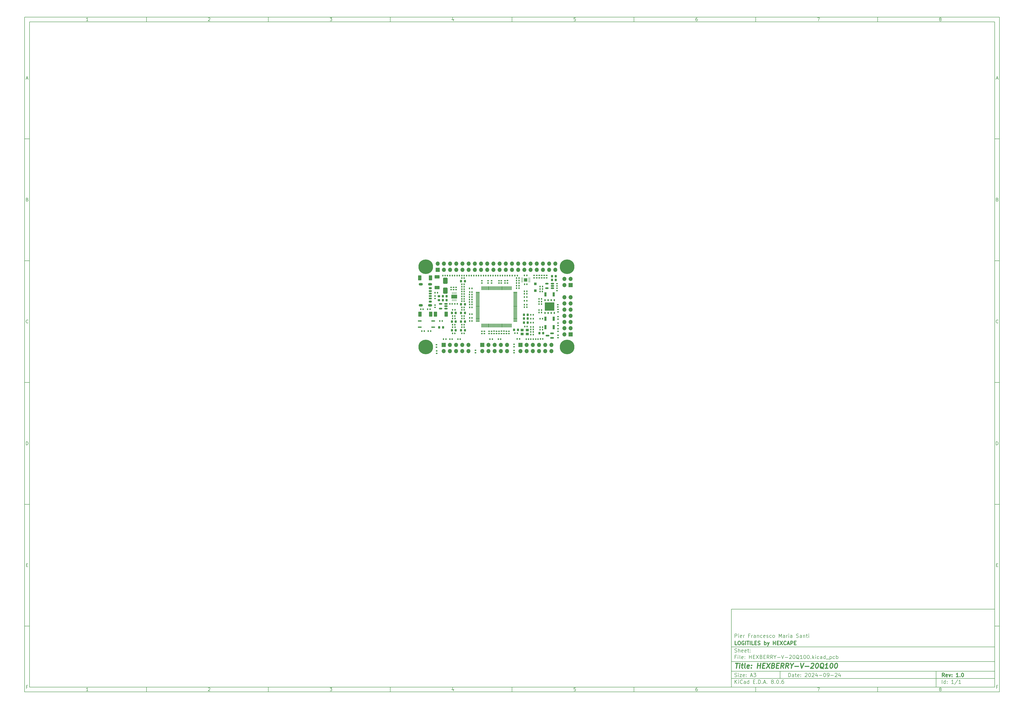
<source format=gts>
%TF.GenerationSoftware,KiCad,Pcbnew,8.0.6-8.0.6-0~ubuntu24.04.1*%
%TF.CreationDate,2024-11-13T11:48:59+01:00*%
%TF.ProjectId,HEXBERRY-V-20Q100,48455842-4552-4525-992d-562d32305131,1.0*%
%TF.SameCoordinates,PX5f5e100PY5f5e100*%
%TF.FileFunction,Soldermask,Top*%
%TF.FilePolarity,Negative*%
%FSLAX46Y46*%
G04 Gerber Fmt 4.6, Leading zero omitted, Abs format (unit mm)*
G04 Created by KiCad (PCBNEW 8.0.6-8.0.6-0~ubuntu24.04.1) date 2024-11-13 11:48:59*
%MOMM*%
%LPD*%
G01*
G04 APERTURE LIST*
G04 Aperture macros list*
%AMRoundRect*
0 Rectangle with rounded corners*
0 $1 Rounding radius*
0 $2 $3 $4 $5 $6 $7 $8 $9 X,Y pos of 4 corners*
0 Add a 4 corners polygon primitive as box body*
4,1,4,$2,$3,$4,$5,$6,$7,$8,$9,$2,$3,0*
0 Add four circle primitives for the rounded corners*
1,1,$1+$1,$2,$3*
1,1,$1+$1,$4,$5*
1,1,$1+$1,$6,$7*
1,1,$1+$1,$8,$9*
0 Add four rect primitives between the rounded corners*
20,1,$1+$1,$2,$3,$4,$5,0*
20,1,$1+$1,$4,$5,$6,$7,0*
20,1,$1+$1,$6,$7,$8,$9,0*
20,1,$1+$1,$8,$9,$2,$3,0*%
G04 Aperture macros list end*
%ADD10C,0.100000*%
%ADD11C,0.150000*%
%ADD12C,0.300000*%
%ADD13C,0.400000*%
%ADD14RoundRect,0.135000X-0.135000X-0.185000X0.135000X-0.185000X0.135000X0.185000X-0.135000X0.185000X0*%
%ADD15RoundRect,0.135000X0.185000X-0.135000X0.185000X0.135000X-0.185000X0.135000X-0.185000X-0.135000X0*%
%ADD16RoundRect,0.140000X0.140000X0.170000X-0.140000X0.170000X-0.140000X-0.170000X0.140000X-0.170000X0*%
%ADD17R,1.300000X1.100000*%
%ADD18RoundRect,0.250000X-0.300000X0.300000X-0.300000X-0.300000X0.300000X-0.300000X0.300000X0.300000X0*%
%ADD19RoundRect,0.147500X-0.172500X0.147500X-0.172500X-0.147500X0.172500X-0.147500X0.172500X0.147500X0*%
%ADD20RoundRect,0.147500X-0.147500X-0.172500X0.147500X-0.172500X0.147500X0.172500X-0.147500X0.172500X0*%
%ADD21RoundRect,0.225000X0.225000X0.250000X-0.225000X0.250000X-0.225000X-0.250000X0.225000X-0.250000X0*%
%ADD22RoundRect,0.150000X0.587500X0.150000X-0.587500X0.150000X-0.587500X-0.150000X0.587500X-0.150000X0*%
%ADD23RoundRect,0.075000X0.725000X0.075000X-0.725000X0.075000X-0.725000X-0.075000X0.725000X-0.075000X0*%
%ADD24RoundRect,0.075000X0.075000X0.725000X-0.075000X0.725000X-0.075000X-0.725000X0.075000X-0.725000X0*%
%ADD25C,6.000000*%
%ADD26RoundRect,0.140000X-0.140000X-0.170000X0.140000X-0.170000X0.140000X0.170000X-0.140000X0.170000X0*%
%ADD27RoundRect,0.135000X-0.185000X0.135000X-0.185000X-0.135000X0.185000X-0.135000X0.185000X0.135000X0*%
%ADD28RoundRect,0.140000X-0.170000X0.140000X-0.170000X-0.140000X0.170000X-0.140000X0.170000X0.140000X0*%
%ADD29RoundRect,0.140000X0.170000X-0.140000X0.170000X0.140000X-0.170000X0.140000X-0.170000X-0.140000X0*%
%ADD30RoundRect,0.135000X0.135000X0.185000X-0.135000X0.185000X-0.135000X-0.185000X0.135000X-0.185000X0*%
%ADD31RoundRect,0.218750X-0.218750X-0.256250X0.218750X-0.256250X0.218750X0.256250X-0.218750X0.256250X0*%
%ADD32R,1.700000X1.700000*%
%ADD33O,1.700000X1.700000*%
%ADD34RoundRect,0.147500X0.147500X0.172500X-0.147500X0.172500X-0.147500X-0.172500X0.147500X-0.172500X0*%
%ADD35RoundRect,0.175000X-0.425000X0.175000X-0.425000X-0.175000X0.425000X-0.175000X0.425000X0.175000X0*%
%ADD36RoundRect,0.190000X0.410000X-0.190000X0.410000X0.190000X-0.410000X0.190000X-0.410000X-0.190000X0*%
%ADD37RoundRect,0.200000X0.400000X-0.200000X0.400000X0.200000X-0.400000X0.200000X-0.400000X-0.200000X0*%
%ADD38RoundRect,0.175000X0.425000X-0.175000X0.425000X0.175000X-0.425000X0.175000X-0.425000X-0.175000X0*%
%ADD39RoundRect,0.190000X-0.410000X0.190000X-0.410000X-0.190000X0.410000X-0.190000X0.410000X0.190000X0*%
%ADD40RoundRect,0.200000X-0.400000X0.200000X-0.400000X-0.200000X0.400000X-0.200000X0.400000X0.200000X0*%
%ADD41O,1.700000X1.100000*%
%ADD42R,0.900000X1.700000*%
%ADD43RoundRect,0.147500X0.172500X-0.147500X0.172500X0.147500X-0.172500X0.147500X-0.172500X-0.147500X0*%
%ADD44RoundRect,0.125000X-0.125000X0.262500X-0.125000X-0.262500X0.125000X-0.262500X0.125000X0.262500X0*%
%ADD45R,4.000000X3.400000*%
%ADD46RoundRect,0.250000X-0.650000X1.000000X-0.650000X-1.000000X0.650000X-1.000000X0.650000X1.000000X0*%
%ADD47RoundRect,0.250000X0.450000X0.800000X-0.450000X0.800000X-0.450000X-0.800000X0.450000X-0.800000X0*%
%ADD48RoundRect,0.150000X0.512500X0.150000X-0.512500X0.150000X-0.512500X-0.150000X0.512500X-0.150000X0*%
%ADD49RoundRect,0.062500X0.062500X-0.362500X0.062500X0.362500X-0.062500X0.362500X-0.062500X-0.362500X0*%
%ADD50R,2.380000X1.650000*%
%ADD51RoundRect,0.218750X0.218750X0.256250X-0.218750X0.256250X-0.218750X-0.256250X0.218750X-0.256250X0*%
%ADD52RoundRect,0.137500X-0.587500X-0.137500X0.587500X-0.137500X0.587500X0.137500X-0.587500X0.137500X0*%
%ADD53RoundRect,0.250000X0.800000X-0.450000X0.800000X0.450000X-0.800000X0.450000X-0.800000X-0.450000X0*%
%ADD54RoundRect,0.225000X-0.250000X0.225000X-0.250000X-0.225000X0.250000X-0.225000X0.250000X0.225000X0*%
%ADD55RoundRect,0.062500X0.325000X0.062500X-0.325000X0.062500X-0.325000X-0.062500X0.325000X-0.062500X0*%
%ADD56R,1.400000X1.400000*%
G04 APERTURE END LIST*
D10*
D11*
X199989000Y-153002200D02*
X307989000Y-153002200D01*
X307989000Y-185002200D01*
X199989000Y-185002200D01*
X199989000Y-153002200D01*
D10*
D11*
X-90000000Y90000000D02*
X309989000Y90000000D01*
X309989000Y-187002200D01*
X-90000000Y-187002200D01*
X-90000000Y90000000D01*
D10*
D11*
X-88000000Y88000000D02*
X307989000Y88000000D01*
X307989000Y-185002200D01*
X-88000000Y-185002200D01*
X-88000000Y88000000D01*
D10*
D11*
X-40000000Y88000000D02*
X-40000000Y90000000D01*
D10*
D11*
X10000000Y88000000D02*
X10000000Y90000000D01*
D10*
D11*
X60000000Y88000000D02*
X60000000Y90000000D01*
D10*
D11*
X110000000Y88000000D02*
X110000000Y90000000D01*
D10*
D11*
X160000000Y88000000D02*
X160000000Y90000000D01*
D10*
D11*
X210000000Y88000000D02*
X210000000Y90000000D01*
D10*
D11*
X260000000Y88000000D02*
X260000000Y90000000D01*
D10*
D11*
X-63910840Y88406396D02*
X-64653697Y88406396D01*
X-64282269Y88406396D02*
X-64282269Y89706396D01*
X-64282269Y89706396D02*
X-64406078Y89520681D01*
X-64406078Y89520681D02*
X-64529888Y89396872D01*
X-64529888Y89396872D02*
X-64653697Y89334967D01*
D10*
D11*
X-14653697Y89582586D02*
X-14591793Y89644491D01*
X-14591793Y89644491D02*
X-14467983Y89706396D01*
X-14467983Y89706396D02*
X-14158459Y89706396D01*
X-14158459Y89706396D02*
X-14034650Y89644491D01*
X-14034650Y89644491D02*
X-13972745Y89582586D01*
X-13972745Y89582586D02*
X-13910840Y89458777D01*
X-13910840Y89458777D02*
X-13910840Y89334967D01*
X-13910840Y89334967D02*
X-13972745Y89149253D01*
X-13972745Y89149253D02*
X-14715602Y88406396D01*
X-14715602Y88406396D02*
X-13910840Y88406396D01*
D10*
D11*
X35284398Y89706396D02*
X36089160Y89706396D01*
X36089160Y89706396D02*
X35655826Y89211158D01*
X35655826Y89211158D02*
X35841541Y89211158D01*
X35841541Y89211158D02*
X35965350Y89149253D01*
X35965350Y89149253D02*
X36027255Y89087348D01*
X36027255Y89087348D02*
X36089160Y88963539D01*
X36089160Y88963539D02*
X36089160Y88654015D01*
X36089160Y88654015D02*
X36027255Y88530205D01*
X36027255Y88530205D02*
X35965350Y88468300D01*
X35965350Y88468300D02*
X35841541Y88406396D01*
X35841541Y88406396D02*
X35470112Y88406396D01*
X35470112Y88406396D02*
X35346303Y88468300D01*
X35346303Y88468300D02*
X35284398Y88530205D01*
D10*
D11*
X85965350Y89273062D02*
X85965350Y88406396D01*
X85655826Y89768300D02*
X85346303Y88839729D01*
X85346303Y88839729D02*
X86151064Y88839729D01*
D10*
D11*
X136027255Y89706396D02*
X135408207Y89706396D01*
X135408207Y89706396D02*
X135346303Y89087348D01*
X135346303Y89087348D02*
X135408207Y89149253D01*
X135408207Y89149253D02*
X135532017Y89211158D01*
X135532017Y89211158D02*
X135841541Y89211158D01*
X135841541Y89211158D02*
X135965350Y89149253D01*
X135965350Y89149253D02*
X136027255Y89087348D01*
X136027255Y89087348D02*
X136089160Y88963539D01*
X136089160Y88963539D02*
X136089160Y88654015D01*
X136089160Y88654015D02*
X136027255Y88530205D01*
X136027255Y88530205D02*
X135965350Y88468300D01*
X135965350Y88468300D02*
X135841541Y88406396D01*
X135841541Y88406396D02*
X135532017Y88406396D01*
X135532017Y88406396D02*
X135408207Y88468300D01*
X135408207Y88468300D02*
X135346303Y88530205D01*
D10*
D11*
X185965350Y89706396D02*
X185717731Y89706396D01*
X185717731Y89706396D02*
X185593922Y89644491D01*
X185593922Y89644491D02*
X185532017Y89582586D01*
X185532017Y89582586D02*
X185408207Y89396872D01*
X185408207Y89396872D02*
X185346303Y89149253D01*
X185346303Y89149253D02*
X185346303Y88654015D01*
X185346303Y88654015D02*
X185408207Y88530205D01*
X185408207Y88530205D02*
X185470112Y88468300D01*
X185470112Y88468300D02*
X185593922Y88406396D01*
X185593922Y88406396D02*
X185841541Y88406396D01*
X185841541Y88406396D02*
X185965350Y88468300D01*
X185965350Y88468300D02*
X186027255Y88530205D01*
X186027255Y88530205D02*
X186089160Y88654015D01*
X186089160Y88654015D02*
X186089160Y88963539D01*
X186089160Y88963539D02*
X186027255Y89087348D01*
X186027255Y89087348D02*
X185965350Y89149253D01*
X185965350Y89149253D02*
X185841541Y89211158D01*
X185841541Y89211158D02*
X185593922Y89211158D01*
X185593922Y89211158D02*
X185470112Y89149253D01*
X185470112Y89149253D02*
X185408207Y89087348D01*
X185408207Y89087348D02*
X185346303Y88963539D01*
D10*
D11*
X235284398Y89706396D02*
X236151064Y89706396D01*
X236151064Y89706396D02*
X235593922Y88406396D01*
D10*
D11*
X285593922Y89149253D02*
X285470112Y89211158D01*
X285470112Y89211158D02*
X285408207Y89273062D01*
X285408207Y89273062D02*
X285346303Y89396872D01*
X285346303Y89396872D02*
X285346303Y89458777D01*
X285346303Y89458777D02*
X285408207Y89582586D01*
X285408207Y89582586D02*
X285470112Y89644491D01*
X285470112Y89644491D02*
X285593922Y89706396D01*
X285593922Y89706396D02*
X285841541Y89706396D01*
X285841541Y89706396D02*
X285965350Y89644491D01*
X285965350Y89644491D02*
X286027255Y89582586D01*
X286027255Y89582586D02*
X286089160Y89458777D01*
X286089160Y89458777D02*
X286089160Y89396872D01*
X286089160Y89396872D02*
X286027255Y89273062D01*
X286027255Y89273062D02*
X285965350Y89211158D01*
X285965350Y89211158D02*
X285841541Y89149253D01*
X285841541Y89149253D02*
X285593922Y89149253D01*
X285593922Y89149253D02*
X285470112Y89087348D01*
X285470112Y89087348D02*
X285408207Y89025443D01*
X285408207Y89025443D02*
X285346303Y88901634D01*
X285346303Y88901634D02*
X285346303Y88654015D01*
X285346303Y88654015D02*
X285408207Y88530205D01*
X285408207Y88530205D02*
X285470112Y88468300D01*
X285470112Y88468300D02*
X285593922Y88406396D01*
X285593922Y88406396D02*
X285841541Y88406396D01*
X285841541Y88406396D02*
X285965350Y88468300D01*
X285965350Y88468300D02*
X286027255Y88530205D01*
X286027255Y88530205D02*
X286089160Y88654015D01*
X286089160Y88654015D02*
X286089160Y88901634D01*
X286089160Y88901634D02*
X286027255Y89025443D01*
X286027255Y89025443D02*
X285965350Y89087348D01*
X285965350Y89087348D02*
X285841541Y89149253D01*
D10*
D11*
X-40000000Y-185002200D02*
X-40000000Y-187002200D01*
D10*
D11*
X10000000Y-185002200D02*
X10000000Y-187002200D01*
D10*
D11*
X60000000Y-185002200D02*
X60000000Y-187002200D01*
D10*
D11*
X110000000Y-185002200D02*
X110000000Y-187002200D01*
D10*
D11*
X160000000Y-185002200D02*
X160000000Y-187002200D01*
D10*
D11*
X210000000Y-185002200D02*
X210000000Y-187002200D01*
D10*
D11*
X260000000Y-185002200D02*
X260000000Y-187002200D01*
D10*
D11*
X-63910840Y-186595804D02*
X-64653697Y-186595804D01*
X-64282269Y-186595804D02*
X-64282269Y-185295804D01*
X-64282269Y-185295804D02*
X-64406078Y-185481519D01*
X-64406078Y-185481519D02*
X-64529888Y-185605328D01*
X-64529888Y-185605328D02*
X-64653697Y-185667233D01*
D10*
D11*
X-14653697Y-185419614D02*
X-14591793Y-185357709D01*
X-14591793Y-185357709D02*
X-14467983Y-185295804D01*
X-14467983Y-185295804D02*
X-14158459Y-185295804D01*
X-14158459Y-185295804D02*
X-14034650Y-185357709D01*
X-14034650Y-185357709D02*
X-13972745Y-185419614D01*
X-13972745Y-185419614D02*
X-13910840Y-185543423D01*
X-13910840Y-185543423D02*
X-13910840Y-185667233D01*
X-13910840Y-185667233D02*
X-13972745Y-185852947D01*
X-13972745Y-185852947D02*
X-14715602Y-186595804D01*
X-14715602Y-186595804D02*
X-13910840Y-186595804D01*
D10*
D11*
X35284398Y-185295804D02*
X36089160Y-185295804D01*
X36089160Y-185295804D02*
X35655826Y-185791042D01*
X35655826Y-185791042D02*
X35841541Y-185791042D01*
X35841541Y-185791042D02*
X35965350Y-185852947D01*
X35965350Y-185852947D02*
X36027255Y-185914852D01*
X36027255Y-185914852D02*
X36089160Y-186038661D01*
X36089160Y-186038661D02*
X36089160Y-186348185D01*
X36089160Y-186348185D02*
X36027255Y-186471995D01*
X36027255Y-186471995D02*
X35965350Y-186533900D01*
X35965350Y-186533900D02*
X35841541Y-186595804D01*
X35841541Y-186595804D02*
X35470112Y-186595804D01*
X35470112Y-186595804D02*
X35346303Y-186533900D01*
X35346303Y-186533900D02*
X35284398Y-186471995D01*
D10*
D11*
X85965350Y-185729138D02*
X85965350Y-186595804D01*
X85655826Y-185233900D02*
X85346303Y-186162471D01*
X85346303Y-186162471D02*
X86151064Y-186162471D01*
D10*
D11*
X136027255Y-185295804D02*
X135408207Y-185295804D01*
X135408207Y-185295804D02*
X135346303Y-185914852D01*
X135346303Y-185914852D02*
X135408207Y-185852947D01*
X135408207Y-185852947D02*
X135532017Y-185791042D01*
X135532017Y-185791042D02*
X135841541Y-185791042D01*
X135841541Y-185791042D02*
X135965350Y-185852947D01*
X135965350Y-185852947D02*
X136027255Y-185914852D01*
X136027255Y-185914852D02*
X136089160Y-186038661D01*
X136089160Y-186038661D02*
X136089160Y-186348185D01*
X136089160Y-186348185D02*
X136027255Y-186471995D01*
X136027255Y-186471995D02*
X135965350Y-186533900D01*
X135965350Y-186533900D02*
X135841541Y-186595804D01*
X135841541Y-186595804D02*
X135532017Y-186595804D01*
X135532017Y-186595804D02*
X135408207Y-186533900D01*
X135408207Y-186533900D02*
X135346303Y-186471995D01*
D10*
D11*
X185965350Y-185295804D02*
X185717731Y-185295804D01*
X185717731Y-185295804D02*
X185593922Y-185357709D01*
X185593922Y-185357709D02*
X185532017Y-185419614D01*
X185532017Y-185419614D02*
X185408207Y-185605328D01*
X185408207Y-185605328D02*
X185346303Y-185852947D01*
X185346303Y-185852947D02*
X185346303Y-186348185D01*
X185346303Y-186348185D02*
X185408207Y-186471995D01*
X185408207Y-186471995D02*
X185470112Y-186533900D01*
X185470112Y-186533900D02*
X185593922Y-186595804D01*
X185593922Y-186595804D02*
X185841541Y-186595804D01*
X185841541Y-186595804D02*
X185965350Y-186533900D01*
X185965350Y-186533900D02*
X186027255Y-186471995D01*
X186027255Y-186471995D02*
X186089160Y-186348185D01*
X186089160Y-186348185D02*
X186089160Y-186038661D01*
X186089160Y-186038661D02*
X186027255Y-185914852D01*
X186027255Y-185914852D02*
X185965350Y-185852947D01*
X185965350Y-185852947D02*
X185841541Y-185791042D01*
X185841541Y-185791042D02*
X185593922Y-185791042D01*
X185593922Y-185791042D02*
X185470112Y-185852947D01*
X185470112Y-185852947D02*
X185408207Y-185914852D01*
X185408207Y-185914852D02*
X185346303Y-186038661D01*
D10*
D11*
X235284398Y-185295804D02*
X236151064Y-185295804D01*
X236151064Y-185295804D02*
X235593922Y-186595804D01*
D10*
D11*
X285593922Y-185852947D02*
X285470112Y-185791042D01*
X285470112Y-185791042D02*
X285408207Y-185729138D01*
X285408207Y-185729138D02*
X285346303Y-185605328D01*
X285346303Y-185605328D02*
X285346303Y-185543423D01*
X285346303Y-185543423D02*
X285408207Y-185419614D01*
X285408207Y-185419614D02*
X285470112Y-185357709D01*
X285470112Y-185357709D02*
X285593922Y-185295804D01*
X285593922Y-185295804D02*
X285841541Y-185295804D01*
X285841541Y-185295804D02*
X285965350Y-185357709D01*
X285965350Y-185357709D02*
X286027255Y-185419614D01*
X286027255Y-185419614D02*
X286089160Y-185543423D01*
X286089160Y-185543423D02*
X286089160Y-185605328D01*
X286089160Y-185605328D02*
X286027255Y-185729138D01*
X286027255Y-185729138D02*
X285965350Y-185791042D01*
X285965350Y-185791042D02*
X285841541Y-185852947D01*
X285841541Y-185852947D02*
X285593922Y-185852947D01*
X285593922Y-185852947D02*
X285470112Y-185914852D01*
X285470112Y-185914852D02*
X285408207Y-185976757D01*
X285408207Y-185976757D02*
X285346303Y-186100566D01*
X285346303Y-186100566D02*
X285346303Y-186348185D01*
X285346303Y-186348185D02*
X285408207Y-186471995D01*
X285408207Y-186471995D02*
X285470112Y-186533900D01*
X285470112Y-186533900D02*
X285593922Y-186595804D01*
X285593922Y-186595804D02*
X285841541Y-186595804D01*
X285841541Y-186595804D02*
X285965350Y-186533900D01*
X285965350Y-186533900D02*
X286027255Y-186471995D01*
X286027255Y-186471995D02*
X286089160Y-186348185D01*
X286089160Y-186348185D02*
X286089160Y-186100566D01*
X286089160Y-186100566D02*
X286027255Y-185976757D01*
X286027255Y-185976757D02*
X285965350Y-185914852D01*
X285965350Y-185914852D02*
X285841541Y-185852947D01*
D10*
D11*
X-90000000Y40000000D02*
X-88000000Y40000000D01*
D10*
D11*
X-90000000Y-10000000D02*
X-88000000Y-10000000D01*
D10*
D11*
X-90000000Y-60000000D02*
X-88000000Y-60000000D01*
D10*
D11*
X-90000000Y-110000000D02*
X-88000000Y-110000000D01*
D10*
D11*
X-90000000Y-160000000D02*
X-88000000Y-160000000D01*
D10*
D11*
X-89309524Y64777824D02*
X-88690477Y64777824D01*
X-89433334Y64406396D02*
X-89000001Y65706396D01*
X-89000001Y65706396D02*
X-88566667Y64406396D01*
D10*
D11*
X-88907143Y15087348D02*
X-88721429Y15025443D01*
X-88721429Y15025443D02*
X-88659524Y14963539D01*
X-88659524Y14963539D02*
X-88597620Y14839729D01*
X-88597620Y14839729D02*
X-88597620Y14654015D01*
X-88597620Y14654015D02*
X-88659524Y14530205D01*
X-88659524Y14530205D02*
X-88721429Y14468300D01*
X-88721429Y14468300D02*
X-88845239Y14406396D01*
X-88845239Y14406396D02*
X-89340477Y14406396D01*
X-89340477Y14406396D02*
X-89340477Y15706396D01*
X-89340477Y15706396D02*
X-88907143Y15706396D01*
X-88907143Y15706396D02*
X-88783334Y15644491D01*
X-88783334Y15644491D02*
X-88721429Y15582586D01*
X-88721429Y15582586D02*
X-88659524Y15458777D01*
X-88659524Y15458777D02*
X-88659524Y15334967D01*
X-88659524Y15334967D02*
X-88721429Y15211158D01*
X-88721429Y15211158D02*
X-88783334Y15149253D01*
X-88783334Y15149253D02*
X-88907143Y15087348D01*
X-88907143Y15087348D02*
X-89340477Y15087348D01*
D10*
D11*
X-88597620Y-35469795D02*
X-88659524Y-35531700D01*
X-88659524Y-35531700D02*
X-88845239Y-35593604D01*
X-88845239Y-35593604D02*
X-88969048Y-35593604D01*
X-88969048Y-35593604D02*
X-89154762Y-35531700D01*
X-89154762Y-35531700D02*
X-89278572Y-35407890D01*
X-89278572Y-35407890D02*
X-89340477Y-35284080D01*
X-89340477Y-35284080D02*
X-89402381Y-35036461D01*
X-89402381Y-35036461D02*
X-89402381Y-34850747D01*
X-89402381Y-34850747D02*
X-89340477Y-34603128D01*
X-89340477Y-34603128D02*
X-89278572Y-34479319D01*
X-89278572Y-34479319D02*
X-89154762Y-34355509D01*
X-89154762Y-34355509D02*
X-88969048Y-34293604D01*
X-88969048Y-34293604D02*
X-88845239Y-34293604D01*
X-88845239Y-34293604D02*
X-88659524Y-34355509D01*
X-88659524Y-34355509D02*
X-88597620Y-34417414D01*
D10*
D11*
X-89340477Y-85593604D02*
X-89340477Y-84293604D01*
X-89340477Y-84293604D02*
X-89030953Y-84293604D01*
X-89030953Y-84293604D02*
X-88845239Y-84355509D01*
X-88845239Y-84355509D02*
X-88721429Y-84479319D01*
X-88721429Y-84479319D02*
X-88659524Y-84603128D01*
X-88659524Y-84603128D02*
X-88597620Y-84850747D01*
X-88597620Y-84850747D02*
X-88597620Y-85036461D01*
X-88597620Y-85036461D02*
X-88659524Y-85284080D01*
X-88659524Y-85284080D02*
X-88721429Y-85407890D01*
X-88721429Y-85407890D02*
X-88845239Y-85531700D01*
X-88845239Y-85531700D02*
X-89030953Y-85593604D01*
X-89030953Y-85593604D02*
X-89340477Y-85593604D01*
D10*
D11*
X-89278572Y-134912652D02*
X-88845238Y-134912652D01*
X-88659524Y-135593604D02*
X-89278572Y-135593604D01*
X-89278572Y-135593604D02*
X-89278572Y-134293604D01*
X-89278572Y-134293604D02*
X-88659524Y-134293604D01*
D10*
D11*
X-88814286Y-184912652D02*
X-89247620Y-184912652D01*
X-89247620Y-185593604D02*
X-89247620Y-184293604D01*
X-89247620Y-184293604D02*
X-88628572Y-184293604D01*
D10*
D11*
X309989000Y40000000D02*
X307989000Y40000000D01*
D10*
D11*
X309989000Y-10000000D02*
X307989000Y-10000000D01*
D10*
D11*
X309989000Y-60000000D02*
X307989000Y-60000000D01*
D10*
D11*
X309989000Y-110000000D02*
X307989000Y-110000000D01*
D10*
D11*
X309989000Y-160000000D02*
X307989000Y-160000000D01*
D10*
D11*
X308679476Y64777824D02*
X309298523Y64777824D01*
X308555666Y64406396D02*
X308988999Y65706396D01*
X308988999Y65706396D02*
X309422333Y64406396D01*
D10*
D11*
X309081857Y15087348D02*
X309267571Y15025443D01*
X309267571Y15025443D02*
X309329476Y14963539D01*
X309329476Y14963539D02*
X309391380Y14839729D01*
X309391380Y14839729D02*
X309391380Y14654015D01*
X309391380Y14654015D02*
X309329476Y14530205D01*
X309329476Y14530205D02*
X309267571Y14468300D01*
X309267571Y14468300D02*
X309143761Y14406396D01*
X309143761Y14406396D02*
X308648523Y14406396D01*
X308648523Y14406396D02*
X308648523Y15706396D01*
X308648523Y15706396D02*
X309081857Y15706396D01*
X309081857Y15706396D02*
X309205666Y15644491D01*
X309205666Y15644491D02*
X309267571Y15582586D01*
X309267571Y15582586D02*
X309329476Y15458777D01*
X309329476Y15458777D02*
X309329476Y15334967D01*
X309329476Y15334967D02*
X309267571Y15211158D01*
X309267571Y15211158D02*
X309205666Y15149253D01*
X309205666Y15149253D02*
X309081857Y15087348D01*
X309081857Y15087348D02*
X308648523Y15087348D01*
D10*
D11*
X309391380Y-35469795D02*
X309329476Y-35531700D01*
X309329476Y-35531700D02*
X309143761Y-35593604D01*
X309143761Y-35593604D02*
X309019952Y-35593604D01*
X309019952Y-35593604D02*
X308834238Y-35531700D01*
X308834238Y-35531700D02*
X308710428Y-35407890D01*
X308710428Y-35407890D02*
X308648523Y-35284080D01*
X308648523Y-35284080D02*
X308586619Y-35036461D01*
X308586619Y-35036461D02*
X308586619Y-34850747D01*
X308586619Y-34850747D02*
X308648523Y-34603128D01*
X308648523Y-34603128D02*
X308710428Y-34479319D01*
X308710428Y-34479319D02*
X308834238Y-34355509D01*
X308834238Y-34355509D02*
X309019952Y-34293604D01*
X309019952Y-34293604D02*
X309143761Y-34293604D01*
X309143761Y-34293604D02*
X309329476Y-34355509D01*
X309329476Y-34355509D02*
X309391380Y-34417414D01*
D10*
D11*
X308648523Y-85593604D02*
X308648523Y-84293604D01*
X308648523Y-84293604D02*
X308958047Y-84293604D01*
X308958047Y-84293604D02*
X309143761Y-84355509D01*
X309143761Y-84355509D02*
X309267571Y-84479319D01*
X309267571Y-84479319D02*
X309329476Y-84603128D01*
X309329476Y-84603128D02*
X309391380Y-84850747D01*
X309391380Y-84850747D02*
X309391380Y-85036461D01*
X309391380Y-85036461D02*
X309329476Y-85284080D01*
X309329476Y-85284080D02*
X309267571Y-85407890D01*
X309267571Y-85407890D02*
X309143761Y-85531700D01*
X309143761Y-85531700D02*
X308958047Y-85593604D01*
X308958047Y-85593604D02*
X308648523Y-85593604D01*
D10*
D11*
X308710428Y-134912652D02*
X309143762Y-134912652D01*
X309329476Y-135593604D02*
X308710428Y-135593604D01*
X308710428Y-135593604D02*
X308710428Y-134293604D01*
X308710428Y-134293604D02*
X309329476Y-134293604D01*
D10*
D11*
X309174714Y-184912652D02*
X308741380Y-184912652D01*
X308741380Y-185593604D02*
X308741380Y-184293604D01*
X308741380Y-184293604D02*
X309360428Y-184293604D01*
D10*
D11*
X223444826Y-180788328D02*
X223444826Y-179288328D01*
X223444826Y-179288328D02*
X223801969Y-179288328D01*
X223801969Y-179288328D02*
X224016255Y-179359757D01*
X224016255Y-179359757D02*
X224159112Y-179502614D01*
X224159112Y-179502614D02*
X224230541Y-179645471D01*
X224230541Y-179645471D02*
X224301969Y-179931185D01*
X224301969Y-179931185D02*
X224301969Y-180145471D01*
X224301969Y-180145471D02*
X224230541Y-180431185D01*
X224230541Y-180431185D02*
X224159112Y-180574042D01*
X224159112Y-180574042D02*
X224016255Y-180716900D01*
X224016255Y-180716900D02*
X223801969Y-180788328D01*
X223801969Y-180788328D02*
X223444826Y-180788328D01*
X225587684Y-180788328D02*
X225587684Y-180002614D01*
X225587684Y-180002614D02*
X225516255Y-179859757D01*
X225516255Y-179859757D02*
X225373398Y-179788328D01*
X225373398Y-179788328D02*
X225087684Y-179788328D01*
X225087684Y-179788328D02*
X224944826Y-179859757D01*
X225587684Y-180716900D02*
X225444826Y-180788328D01*
X225444826Y-180788328D02*
X225087684Y-180788328D01*
X225087684Y-180788328D02*
X224944826Y-180716900D01*
X224944826Y-180716900D02*
X224873398Y-180574042D01*
X224873398Y-180574042D02*
X224873398Y-180431185D01*
X224873398Y-180431185D02*
X224944826Y-180288328D01*
X224944826Y-180288328D02*
X225087684Y-180216900D01*
X225087684Y-180216900D02*
X225444826Y-180216900D01*
X225444826Y-180216900D02*
X225587684Y-180145471D01*
X226087684Y-179788328D02*
X226659112Y-179788328D01*
X226301969Y-179288328D02*
X226301969Y-180574042D01*
X226301969Y-180574042D02*
X226373398Y-180716900D01*
X226373398Y-180716900D02*
X226516255Y-180788328D01*
X226516255Y-180788328D02*
X226659112Y-180788328D01*
X227730541Y-180716900D02*
X227587684Y-180788328D01*
X227587684Y-180788328D02*
X227301970Y-180788328D01*
X227301970Y-180788328D02*
X227159112Y-180716900D01*
X227159112Y-180716900D02*
X227087684Y-180574042D01*
X227087684Y-180574042D02*
X227087684Y-180002614D01*
X227087684Y-180002614D02*
X227159112Y-179859757D01*
X227159112Y-179859757D02*
X227301970Y-179788328D01*
X227301970Y-179788328D02*
X227587684Y-179788328D01*
X227587684Y-179788328D02*
X227730541Y-179859757D01*
X227730541Y-179859757D02*
X227801970Y-180002614D01*
X227801970Y-180002614D02*
X227801970Y-180145471D01*
X227801970Y-180145471D02*
X227087684Y-180288328D01*
X228444826Y-180645471D02*
X228516255Y-180716900D01*
X228516255Y-180716900D02*
X228444826Y-180788328D01*
X228444826Y-180788328D02*
X228373398Y-180716900D01*
X228373398Y-180716900D02*
X228444826Y-180645471D01*
X228444826Y-180645471D02*
X228444826Y-180788328D01*
X228444826Y-179859757D02*
X228516255Y-179931185D01*
X228516255Y-179931185D02*
X228444826Y-180002614D01*
X228444826Y-180002614D02*
X228373398Y-179931185D01*
X228373398Y-179931185D02*
X228444826Y-179859757D01*
X228444826Y-179859757D02*
X228444826Y-180002614D01*
X230230541Y-179431185D02*
X230301969Y-179359757D01*
X230301969Y-179359757D02*
X230444827Y-179288328D01*
X230444827Y-179288328D02*
X230801969Y-179288328D01*
X230801969Y-179288328D02*
X230944827Y-179359757D01*
X230944827Y-179359757D02*
X231016255Y-179431185D01*
X231016255Y-179431185D02*
X231087684Y-179574042D01*
X231087684Y-179574042D02*
X231087684Y-179716900D01*
X231087684Y-179716900D02*
X231016255Y-179931185D01*
X231016255Y-179931185D02*
X230159112Y-180788328D01*
X230159112Y-180788328D02*
X231087684Y-180788328D01*
X232016255Y-179288328D02*
X232159112Y-179288328D01*
X232159112Y-179288328D02*
X232301969Y-179359757D01*
X232301969Y-179359757D02*
X232373398Y-179431185D01*
X232373398Y-179431185D02*
X232444826Y-179574042D01*
X232444826Y-179574042D02*
X232516255Y-179859757D01*
X232516255Y-179859757D02*
X232516255Y-180216900D01*
X232516255Y-180216900D02*
X232444826Y-180502614D01*
X232444826Y-180502614D02*
X232373398Y-180645471D01*
X232373398Y-180645471D02*
X232301969Y-180716900D01*
X232301969Y-180716900D02*
X232159112Y-180788328D01*
X232159112Y-180788328D02*
X232016255Y-180788328D01*
X232016255Y-180788328D02*
X231873398Y-180716900D01*
X231873398Y-180716900D02*
X231801969Y-180645471D01*
X231801969Y-180645471D02*
X231730540Y-180502614D01*
X231730540Y-180502614D02*
X231659112Y-180216900D01*
X231659112Y-180216900D02*
X231659112Y-179859757D01*
X231659112Y-179859757D02*
X231730540Y-179574042D01*
X231730540Y-179574042D02*
X231801969Y-179431185D01*
X231801969Y-179431185D02*
X231873398Y-179359757D01*
X231873398Y-179359757D02*
X232016255Y-179288328D01*
X233087683Y-179431185D02*
X233159111Y-179359757D01*
X233159111Y-179359757D02*
X233301969Y-179288328D01*
X233301969Y-179288328D02*
X233659111Y-179288328D01*
X233659111Y-179288328D02*
X233801969Y-179359757D01*
X233801969Y-179359757D02*
X233873397Y-179431185D01*
X233873397Y-179431185D02*
X233944826Y-179574042D01*
X233944826Y-179574042D02*
X233944826Y-179716900D01*
X233944826Y-179716900D02*
X233873397Y-179931185D01*
X233873397Y-179931185D02*
X233016254Y-180788328D01*
X233016254Y-180788328D02*
X233944826Y-180788328D01*
X235230540Y-179788328D02*
X235230540Y-180788328D01*
X234873397Y-179216900D02*
X234516254Y-180288328D01*
X234516254Y-180288328D02*
X235444825Y-180288328D01*
X236016253Y-180216900D02*
X237159111Y-180216900D01*
X238159111Y-179288328D02*
X238301968Y-179288328D01*
X238301968Y-179288328D02*
X238444825Y-179359757D01*
X238444825Y-179359757D02*
X238516254Y-179431185D01*
X238516254Y-179431185D02*
X238587682Y-179574042D01*
X238587682Y-179574042D02*
X238659111Y-179859757D01*
X238659111Y-179859757D02*
X238659111Y-180216900D01*
X238659111Y-180216900D02*
X238587682Y-180502614D01*
X238587682Y-180502614D02*
X238516254Y-180645471D01*
X238516254Y-180645471D02*
X238444825Y-180716900D01*
X238444825Y-180716900D02*
X238301968Y-180788328D01*
X238301968Y-180788328D02*
X238159111Y-180788328D01*
X238159111Y-180788328D02*
X238016254Y-180716900D01*
X238016254Y-180716900D02*
X237944825Y-180645471D01*
X237944825Y-180645471D02*
X237873396Y-180502614D01*
X237873396Y-180502614D02*
X237801968Y-180216900D01*
X237801968Y-180216900D02*
X237801968Y-179859757D01*
X237801968Y-179859757D02*
X237873396Y-179574042D01*
X237873396Y-179574042D02*
X237944825Y-179431185D01*
X237944825Y-179431185D02*
X238016254Y-179359757D01*
X238016254Y-179359757D02*
X238159111Y-179288328D01*
X239373396Y-180788328D02*
X239659110Y-180788328D01*
X239659110Y-180788328D02*
X239801967Y-180716900D01*
X239801967Y-180716900D02*
X239873396Y-180645471D01*
X239873396Y-180645471D02*
X240016253Y-180431185D01*
X240016253Y-180431185D02*
X240087682Y-180145471D01*
X240087682Y-180145471D02*
X240087682Y-179574042D01*
X240087682Y-179574042D02*
X240016253Y-179431185D01*
X240016253Y-179431185D02*
X239944825Y-179359757D01*
X239944825Y-179359757D02*
X239801967Y-179288328D01*
X239801967Y-179288328D02*
X239516253Y-179288328D01*
X239516253Y-179288328D02*
X239373396Y-179359757D01*
X239373396Y-179359757D02*
X239301967Y-179431185D01*
X239301967Y-179431185D02*
X239230539Y-179574042D01*
X239230539Y-179574042D02*
X239230539Y-179931185D01*
X239230539Y-179931185D02*
X239301967Y-180074042D01*
X239301967Y-180074042D02*
X239373396Y-180145471D01*
X239373396Y-180145471D02*
X239516253Y-180216900D01*
X239516253Y-180216900D02*
X239801967Y-180216900D01*
X239801967Y-180216900D02*
X239944825Y-180145471D01*
X239944825Y-180145471D02*
X240016253Y-180074042D01*
X240016253Y-180074042D02*
X240087682Y-179931185D01*
X240730538Y-180216900D02*
X241873396Y-180216900D01*
X242516253Y-179431185D02*
X242587681Y-179359757D01*
X242587681Y-179359757D02*
X242730539Y-179288328D01*
X242730539Y-179288328D02*
X243087681Y-179288328D01*
X243087681Y-179288328D02*
X243230539Y-179359757D01*
X243230539Y-179359757D02*
X243301967Y-179431185D01*
X243301967Y-179431185D02*
X243373396Y-179574042D01*
X243373396Y-179574042D02*
X243373396Y-179716900D01*
X243373396Y-179716900D02*
X243301967Y-179931185D01*
X243301967Y-179931185D02*
X242444824Y-180788328D01*
X242444824Y-180788328D02*
X243373396Y-180788328D01*
X244659110Y-179788328D02*
X244659110Y-180788328D01*
X244301967Y-179216900D02*
X243944824Y-180288328D01*
X243944824Y-180288328D02*
X244873395Y-180288328D01*
D10*
D11*
X199989000Y-181502200D02*
X307989000Y-181502200D01*
D10*
D11*
X201444826Y-183588328D02*
X201444826Y-182088328D01*
X202301969Y-183588328D02*
X201659112Y-182731185D01*
X202301969Y-182088328D02*
X201444826Y-182945471D01*
X202944826Y-183588328D02*
X202944826Y-182588328D01*
X202944826Y-182088328D02*
X202873398Y-182159757D01*
X202873398Y-182159757D02*
X202944826Y-182231185D01*
X202944826Y-182231185D02*
X203016255Y-182159757D01*
X203016255Y-182159757D02*
X202944826Y-182088328D01*
X202944826Y-182088328D02*
X202944826Y-182231185D01*
X204516255Y-183445471D02*
X204444827Y-183516900D01*
X204444827Y-183516900D02*
X204230541Y-183588328D01*
X204230541Y-183588328D02*
X204087684Y-183588328D01*
X204087684Y-183588328D02*
X203873398Y-183516900D01*
X203873398Y-183516900D02*
X203730541Y-183374042D01*
X203730541Y-183374042D02*
X203659112Y-183231185D01*
X203659112Y-183231185D02*
X203587684Y-182945471D01*
X203587684Y-182945471D02*
X203587684Y-182731185D01*
X203587684Y-182731185D02*
X203659112Y-182445471D01*
X203659112Y-182445471D02*
X203730541Y-182302614D01*
X203730541Y-182302614D02*
X203873398Y-182159757D01*
X203873398Y-182159757D02*
X204087684Y-182088328D01*
X204087684Y-182088328D02*
X204230541Y-182088328D01*
X204230541Y-182088328D02*
X204444827Y-182159757D01*
X204444827Y-182159757D02*
X204516255Y-182231185D01*
X205801970Y-183588328D02*
X205801970Y-182802614D01*
X205801970Y-182802614D02*
X205730541Y-182659757D01*
X205730541Y-182659757D02*
X205587684Y-182588328D01*
X205587684Y-182588328D02*
X205301970Y-182588328D01*
X205301970Y-182588328D02*
X205159112Y-182659757D01*
X205801970Y-183516900D02*
X205659112Y-183588328D01*
X205659112Y-183588328D02*
X205301970Y-183588328D01*
X205301970Y-183588328D02*
X205159112Y-183516900D01*
X205159112Y-183516900D02*
X205087684Y-183374042D01*
X205087684Y-183374042D02*
X205087684Y-183231185D01*
X205087684Y-183231185D02*
X205159112Y-183088328D01*
X205159112Y-183088328D02*
X205301970Y-183016900D01*
X205301970Y-183016900D02*
X205659112Y-183016900D01*
X205659112Y-183016900D02*
X205801970Y-182945471D01*
X207159113Y-183588328D02*
X207159113Y-182088328D01*
X207159113Y-183516900D02*
X207016255Y-183588328D01*
X207016255Y-183588328D02*
X206730541Y-183588328D01*
X206730541Y-183588328D02*
X206587684Y-183516900D01*
X206587684Y-183516900D02*
X206516255Y-183445471D01*
X206516255Y-183445471D02*
X206444827Y-183302614D01*
X206444827Y-183302614D02*
X206444827Y-182874042D01*
X206444827Y-182874042D02*
X206516255Y-182731185D01*
X206516255Y-182731185D02*
X206587684Y-182659757D01*
X206587684Y-182659757D02*
X206730541Y-182588328D01*
X206730541Y-182588328D02*
X207016255Y-182588328D01*
X207016255Y-182588328D02*
X207159113Y-182659757D01*
X209016255Y-182802614D02*
X209516255Y-182802614D01*
X209730541Y-183588328D02*
X209016255Y-183588328D01*
X209016255Y-183588328D02*
X209016255Y-182088328D01*
X209016255Y-182088328D02*
X209730541Y-182088328D01*
X210373398Y-183445471D02*
X210444827Y-183516900D01*
X210444827Y-183516900D02*
X210373398Y-183588328D01*
X210373398Y-183588328D02*
X210301970Y-183516900D01*
X210301970Y-183516900D02*
X210373398Y-183445471D01*
X210373398Y-183445471D02*
X210373398Y-183588328D01*
X211087684Y-183588328D02*
X211087684Y-182088328D01*
X211087684Y-182088328D02*
X211444827Y-182088328D01*
X211444827Y-182088328D02*
X211659113Y-182159757D01*
X211659113Y-182159757D02*
X211801970Y-182302614D01*
X211801970Y-182302614D02*
X211873399Y-182445471D01*
X211873399Y-182445471D02*
X211944827Y-182731185D01*
X211944827Y-182731185D02*
X211944827Y-182945471D01*
X211944827Y-182945471D02*
X211873399Y-183231185D01*
X211873399Y-183231185D02*
X211801970Y-183374042D01*
X211801970Y-183374042D02*
X211659113Y-183516900D01*
X211659113Y-183516900D02*
X211444827Y-183588328D01*
X211444827Y-183588328D02*
X211087684Y-183588328D01*
X212587684Y-183445471D02*
X212659113Y-183516900D01*
X212659113Y-183516900D02*
X212587684Y-183588328D01*
X212587684Y-183588328D02*
X212516256Y-183516900D01*
X212516256Y-183516900D02*
X212587684Y-183445471D01*
X212587684Y-183445471D02*
X212587684Y-183588328D01*
X213230542Y-183159757D02*
X213944828Y-183159757D01*
X213087685Y-183588328D02*
X213587685Y-182088328D01*
X213587685Y-182088328D02*
X214087685Y-183588328D01*
X214587684Y-183445471D02*
X214659113Y-183516900D01*
X214659113Y-183516900D02*
X214587684Y-183588328D01*
X214587684Y-183588328D02*
X214516256Y-183516900D01*
X214516256Y-183516900D02*
X214587684Y-183445471D01*
X214587684Y-183445471D02*
X214587684Y-183588328D01*
X216659113Y-182731185D02*
X216516256Y-182659757D01*
X216516256Y-182659757D02*
X216444827Y-182588328D01*
X216444827Y-182588328D02*
X216373399Y-182445471D01*
X216373399Y-182445471D02*
X216373399Y-182374042D01*
X216373399Y-182374042D02*
X216444827Y-182231185D01*
X216444827Y-182231185D02*
X216516256Y-182159757D01*
X216516256Y-182159757D02*
X216659113Y-182088328D01*
X216659113Y-182088328D02*
X216944827Y-182088328D01*
X216944827Y-182088328D02*
X217087685Y-182159757D01*
X217087685Y-182159757D02*
X217159113Y-182231185D01*
X217159113Y-182231185D02*
X217230542Y-182374042D01*
X217230542Y-182374042D02*
X217230542Y-182445471D01*
X217230542Y-182445471D02*
X217159113Y-182588328D01*
X217159113Y-182588328D02*
X217087685Y-182659757D01*
X217087685Y-182659757D02*
X216944827Y-182731185D01*
X216944827Y-182731185D02*
X216659113Y-182731185D01*
X216659113Y-182731185D02*
X216516256Y-182802614D01*
X216516256Y-182802614D02*
X216444827Y-182874042D01*
X216444827Y-182874042D02*
X216373399Y-183016900D01*
X216373399Y-183016900D02*
X216373399Y-183302614D01*
X216373399Y-183302614D02*
X216444827Y-183445471D01*
X216444827Y-183445471D02*
X216516256Y-183516900D01*
X216516256Y-183516900D02*
X216659113Y-183588328D01*
X216659113Y-183588328D02*
X216944827Y-183588328D01*
X216944827Y-183588328D02*
X217087685Y-183516900D01*
X217087685Y-183516900D02*
X217159113Y-183445471D01*
X217159113Y-183445471D02*
X217230542Y-183302614D01*
X217230542Y-183302614D02*
X217230542Y-183016900D01*
X217230542Y-183016900D02*
X217159113Y-182874042D01*
X217159113Y-182874042D02*
X217087685Y-182802614D01*
X217087685Y-182802614D02*
X216944827Y-182731185D01*
X217873398Y-183445471D02*
X217944827Y-183516900D01*
X217944827Y-183516900D02*
X217873398Y-183588328D01*
X217873398Y-183588328D02*
X217801970Y-183516900D01*
X217801970Y-183516900D02*
X217873398Y-183445471D01*
X217873398Y-183445471D02*
X217873398Y-183588328D01*
X218873399Y-182088328D02*
X219016256Y-182088328D01*
X219016256Y-182088328D02*
X219159113Y-182159757D01*
X219159113Y-182159757D02*
X219230542Y-182231185D01*
X219230542Y-182231185D02*
X219301970Y-182374042D01*
X219301970Y-182374042D02*
X219373399Y-182659757D01*
X219373399Y-182659757D02*
X219373399Y-183016900D01*
X219373399Y-183016900D02*
X219301970Y-183302614D01*
X219301970Y-183302614D02*
X219230542Y-183445471D01*
X219230542Y-183445471D02*
X219159113Y-183516900D01*
X219159113Y-183516900D02*
X219016256Y-183588328D01*
X219016256Y-183588328D02*
X218873399Y-183588328D01*
X218873399Y-183588328D02*
X218730542Y-183516900D01*
X218730542Y-183516900D02*
X218659113Y-183445471D01*
X218659113Y-183445471D02*
X218587684Y-183302614D01*
X218587684Y-183302614D02*
X218516256Y-183016900D01*
X218516256Y-183016900D02*
X218516256Y-182659757D01*
X218516256Y-182659757D02*
X218587684Y-182374042D01*
X218587684Y-182374042D02*
X218659113Y-182231185D01*
X218659113Y-182231185D02*
X218730542Y-182159757D01*
X218730542Y-182159757D02*
X218873399Y-182088328D01*
X220016255Y-183445471D02*
X220087684Y-183516900D01*
X220087684Y-183516900D02*
X220016255Y-183588328D01*
X220016255Y-183588328D02*
X219944827Y-183516900D01*
X219944827Y-183516900D02*
X220016255Y-183445471D01*
X220016255Y-183445471D02*
X220016255Y-183588328D01*
X221373399Y-182088328D02*
X221087684Y-182088328D01*
X221087684Y-182088328D02*
X220944827Y-182159757D01*
X220944827Y-182159757D02*
X220873399Y-182231185D01*
X220873399Y-182231185D02*
X220730541Y-182445471D01*
X220730541Y-182445471D02*
X220659113Y-182731185D01*
X220659113Y-182731185D02*
X220659113Y-183302614D01*
X220659113Y-183302614D02*
X220730541Y-183445471D01*
X220730541Y-183445471D02*
X220801970Y-183516900D01*
X220801970Y-183516900D02*
X220944827Y-183588328D01*
X220944827Y-183588328D02*
X221230541Y-183588328D01*
X221230541Y-183588328D02*
X221373399Y-183516900D01*
X221373399Y-183516900D02*
X221444827Y-183445471D01*
X221444827Y-183445471D02*
X221516256Y-183302614D01*
X221516256Y-183302614D02*
X221516256Y-182945471D01*
X221516256Y-182945471D02*
X221444827Y-182802614D01*
X221444827Y-182802614D02*
X221373399Y-182731185D01*
X221373399Y-182731185D02*
X221230541Y-182659757D01*
X221230541Y-182659757D02*
X220944827Y-182659757D01*
X220944827Y-182659757D02*
X220801970Y-182731185D01*
X220801970Y-182731185D02*
X220730541Y-182802614D01*
X220730541Y-182802614D02*
X220659113Y-182945471D01*
D10*
D11*
X199989000Y-178502200D02*
X307989000Y-178502200D01*
D10*
D12*
X287400653Y-180780528D02*
X286900653Y-180066242D01*
X286543510Y-180780528D02*
X286543510Y-179280528D01*
X286543510Y-179280528D02*
X287114939Y-179280528D01*
X287114939Y-179280528D02*
X287257796Y-179351957D01*
X287257796Y-179351957D02*
X287329225Y-179423385D01*
X287329225Y-179423385D02*
X287400653Y-179566242D01*
X287400653Y-179566242D02*
X287400653Y-179780528D01*
X287400653Y-179780528D02*
X287329225Y-179923385D01*
X287329225Y-179923385D02*
X287257796Y-179994814D01*
X287257796Y-179994814D02*
X287114939Y-180066242D01*
X287114939Y-180066242D02*
X286543510Y-180066242D01*
X288614939Y-180709100D02*
X288472082Y-180780528D01*
X288472082Y-180780528D02*
X288186368Y-180780528D01*
X288186368Y-180780528D02*
X288043510Y-180709100D01*
X288043510Y-180709100D02*
X287972082Y-180566242D01*
X287972082Y-180566242D02*
X287972082Y-179994814D01*
X287972082Y-179994814D02*
X288043510Y-179851957D01*
X288043510Y-179851957D02*
X288186368Y-179780528D01*
X288186368Y-179780528D02*
X288472082Y-179780528D01*
X288472082Y-179780528D02*
X288614939Y-179851957D01*
X288614939Y-179851957D02*
X288686368Y-179994814D01*
X288686368Y-179994814D02*
X288686368Y-180137671D01*
X288686368Y-180137671D02*
X287972082Y-180280528D01*
X289186367Y-179780528D02*
X289543510Y-180780528D01*
X289543510Y-180780528D02*
X289900653Y-179780528D01*
X290472081Y-180637671D02*
X290543510Y-180709100D01*
X290543510Y-180709100D02*
X290472081Y-180780528D01*
X290472081Y-180780528D02*
X290400653Y-180709100D01*
X290400653Y-180709100D02*
X290472081Y-180637671D01*
X290472081Y-180637671D02*
X290472081Y-180780528D01*
X290472081Y-179851957D02*
X290543510Y-179923385D01*
X290543510Y-179923385D02*
X290472081Y-179994814D01*
X290472081Y-179994814D02*
X290400653Y-179923385D01*
X290400653Y-179923385D02*
X290472081Y-179851957D01*
X290472081Y-179851957D02*
X290472081Y-179994814D01*
X293114939Y-180780528D02*
X292257796Y-180780528D01*
X292686367Y-180780528D02*
X292686367Y-179280528D01*
X292686367Y-179280528D02*
X292543510Y-179494814D01*
X292543510Y-179494814D02*
X292400653Y-179637671D01*
X292400653Y-179637671D02*
X292257796Y-179709100D01*
X293757795Y-180637671D02*
X293829224Y-180709100D01*
X293829224Y-180709100D02*
X293757795Y-180780528D01*
X293757795Y-180780528D02*
X293686367Y-180709100D01*
X293686367Y-180709100D02*
X293757795Y-180637671D01*
X293757795Y-180637671D02*
X293757795Y-180780528D01*
X294757796Y-179280528D02*
X294900653Y-179280528D01*
X294900653Y-179280528D02*
X295043510Y-179351957D01*
X295043510Y-179351957D02*
X295114939Y-179423385D01*
X295114939Y-179423385D02*
X295186367Y-179566242D01*
X295186367Y-179566242D02*
X295257796Y-179851957D01*
X295257796Y-179851957D02*
X295257796Y-180209100D01*
X295257796Y-180209100D02*
X295186367Y-180494814D01*
X295186367Y-180494814D02*
X295114939Y-180637671D01*
X295114939Y-180637671D02*
X295043510Y-180709100D01*
X295043510Y-180709100D02*
X294900653Y-180780528D01*
X294900653Y-180780528D02*
X294757796Y-180780528D01*
X294757796Y-180780528D02*
X294614939Y-180709100D01*
X294614939Y-180709100D02*
X294543510Y-180637671D01*
X294543510Y-180637671D02*
X294472081Y-180494814D01*
X294472081Y-180494814D02*
X294400653Y-180209100D01*
X294400653Y-180209100D02*
X294400653Y-179851957D01*
X294400653Y-179851957D02*
X294472081Y-179566242D01*
X294472081Y-179566242D02*
X294543510Y-179423385D01*
X294543510Y-179423385D02*
X294614939Y-179351957D01*
X294614939Y-179351957D02*
X294757796Y-179280528D01*
D10*
D11*
X201373398Y-180716900D02*
X201587684Y-180788328D01*
X201587684Y-180788328D02*
X201944826Y-180788328D01*
X201944826Y-180788328D02*
X202087684Y-180716900D01*
X202087684Y-180716900D02*
X202159112Y-180645471D01*
X202159112Y-180645471D02*
X202230541Y-180502614D01*
X202230541Y-180502614D02*
X202230541Y-180359757D01*
X202230541Y-180359757D02*
X202159112Y-180216900D01*
X202159112Y-180216900D02*
X202087684Y-180145471D01*
X202087684Y-180145471D02*
X201944826Y-180074042D01*
X201944826Y-180074042D02*
X201659112Y-180002614D01*
X201659112Y-180002614D02*
X201516255Y-179931185D01*
X201516255Y-179931185D02*
X201444826Y-179859757D01*
X201444826Y-179859757D02*
X201373398Y-179716900D01*
X201373398Y-179716900D02*
X201373398Y-179574042D01*
X201373398Y-179574042D02*
X201444826Y-179431185D01*
X201444826Y-179431185D02*
X201516255Y-179359757D01*
X201516255Y-179359757D02*
X201659112Y-179288328D01*
X201659112Y-179288328D02*
X202016255Y-179288328D01*
X202016255Y-179288328D02*
X202230541Y-179359757D01*
X202873397Y-180788328D02*
X202873397Y-179788328D01*
X202873397Y-179288328D02*
X202801969Y-179359757D01*
X202801969Y-179359757D02*
X202873397Y-179431185D01*
X202873397Y-179431185D02*
X202944826Y-179359757D01*
X202944826Y-179359757D02*
X202873397Y-179288328D01*
X202873397Y-179288328D02*
X202873397Y-179431185D01*
X203444826Y-179788328D02*
X204230541Y-179788328D01*
X204230541Y-179788328D02*
X203444826Y-180788328D01*
X203444826Y-180788328D02*
X204230541Y-180788328D01*
X205373398Y-180716900D02*
X205230541Y-180788328D01*
X205230541Y-180788328D02*
X204944827Y-180788328D01*
X204944827Y-180788328D02*
X204801969Y-180716900D01*
X204801969Y-180716900D02*
X204730541Y-180574042D01*
X204730541Y-180574042D02*
X204730541Y-180002614D01*
X204730541Y-180002614D02*
X204801969Y-179859757D01*
X204801969Y-179859757D02*
X204944827Y-179788328D01*
X204944827Y-179788328D02*
X205230541Y-179788328D01*
X205230541Y-179788328D02*
X205373398Y-179859757D01*
X205373398Y-179859757D02*
X205444827Y-180002614D01*
X205444827Y-180002614D02*
X205444827Y-180145471D01*
X205444827Y-180145471D02*
X204730541Y-180288328D01*
X206087683Y-180645471D02*
X206159112Y-180716900D01*
X206159112Y-180716900D02*
X206087683Y-180788328D01*
X206087683Y-180788328D02*
X206016255Y-180716900D01*
X206016255Y-180716900D02*
X206087683Y-180645471D01*
X206087683Y-180645471D02*
X206087683Y-180788328D01*
X206087683Y-179859757D02*
X206159112Y-179931185D01*
X206159112Y-179931185D02*
X206087683Y-180002614D01*
X206087683Y-180002614D02*
X206016255Y-179931185D01*
X206016255Y-179931185D02*
X206087683Y-179859757D01*
X206087683Y-179859757D02*
X206087683Y-180002614D01*
X207873398Y-180359757D02*
X208587684Y-180359757D01*
X207730541Y-180788328D02*
X208230541Y-179288328D01*
X208230541Y-179288328D02*
X208730541Y-180788328D01*
X209087683Y-179288328D02*
X210016255Y-179288328D01*
X210016255Y-179288328D02*
X209516255Y-179859757D01*
X209516255Y-179859757D02*
X209730540Y-179859757D01*
X209730540Y-179859757D02*
X209873398Y-179931185D01*
X209873398Y-179931185D02*
X209944826Y-180002614D01*
X209944826Y-180002614D02*
X210016255Y-180145471D01*
X210016255Y-180145471D02*
X210016255Y-180502614D01*
X210016255Y-180502614D02*
X209944826Y-180645471D01*
X209944826Y-180645471D02*
X209873398Y-180716900D01*
X209873398Y-180716900D02*
X209730540Y-180788328D01*
X209730540Y-180788328D02*
X209301969Y-180788328D01*
X209301969Y-180788328D02*
X209159112Y-180716900D01*
X209159112Y-180716900D02*
X209087683Y-180645471D01*
D10*
D11*
X286444826Y-183588328D02*
X286444826Y-182088328D01*
X287801970Y-183588328D02*
X287801970Y-182088328D01*
X287801970Y-183516900D02*
X287659112Y-183588328D01*
X287659112Y-183588328D02*
X287373398Y-183588328D01*
X287373398Y-183588328D02*
X287230541Y-183516900D01*
X287230541Y-183516900D02*
X287159112Y-183445471D01*
X287159112Y-183445471D02*
X287087684Y-183302614D01*
X287087684Y-183302614D02*
X287087684Y-182874042D01*
X287087684Y-182874042D02*
X287159112Y-182731185D01*
X287159112Y-182731185D02*
X287230541Y-182659757D01*
X287230541Y-182659757D02*
X287373398Y-182588328D01*
X287373398Y-182588328D02*
X287659112Y-182588328D01*
X287659112Y-182588328D02*
X287801970Y-182659757D01*
X288516255Y-183445471D02*
X288587684Y-183516900D01*
X288587684Y-183516900D02*
X288516255Y-183588328D01*
X288516255Y-183588328D02*
X288444827Y-183516900D01*
X288444827Y-183516900D02*
X288516255Y-183445471D01*
X288516255Y-183445471D02*
X288516255Y-183588328D01*
X288516255Y-182659757D02*
X288587684Y-182731185D01*
X288587684Y-182731185D02*
X288516255Y-182802614D01*
X288516255Y-182802614D02*
X288444827Y-182731185D01*
X288444827Y-182731185D02*
X288516255Y-182659757D01*
X288516255Y-182659757D02*
X288516255Y-182802614D01*
X291159113Y-183588328D02*
X290301970Y-183588328D01*
X290730541Y-183588328D02*
X290730541Y-182088328D01*
X290730541Y-182088328D02*
X290587684Y-182302614D01*
X290587684Y-182302614D02*
X290444827Y-182445471D01*
X290444827Y-182445471D02*
X290301970Y-182516900D01*
X292873398Y-182016900D02*
X291587684Y-183945471D01*
X294159113Y-183588328D02*
X293301970Y-183588328D01*
X293730541Y-183588328D02*
X293730541Y-182088328D01*
X293730541Y-182088328D02*
X293587684Y-182302614D01*
X293587684Y-182302614D02*
X293444827Y-182445471D01*
X293444827Y-182445471D02*
X293301970Y-182516900D01*
D10*
D11*
X199989000Y-174502200D02*
X307989000Y-174502200D01*
D10*
D13*
X201680728Y-175206638D02*
X202823585Y-175206638D01*
X202002157Y-177206638D02*
X202252157Y-175206638D01*
X203240252Y-177206638D02*
X203406919Y-175873304D01*
X203490252Y-175206638D02*
X203383109Y-175301876D01*
X203383109Y-175301876D02*
X203466443Y-175397114D01*
X203466443Y-175397114D02*
X203573586Y-175301876D01*
X203573586Y-175301876D02*
X203490252Y-175206638D01*
X203490252Y-175206638D02*
X203466443Y-175397114D01*
X204073586Y-175873304D02*
X204835490Y-175873304D01*
X204442633Y-175206638D02*
X204228348Y-176920923D01*
X204228348Y-176920923D02*
X204299776Y-177111400D01*
X204299776Y-177111400D02*
X204478348Y-177206638D01*
X204478348Y-177206638D02*
X204668824Y-177206638D01*
X205621205Y-177206638D02*
X205442633Y-177111400D01*
X205442633Y-177111400D02*
X205371205Y-176920923D01*
X205371205Y-176920923D02*
X205585490Y-175206638D01*
X207156919Y-177111400D02*
X206954538Y-177206638D01*
X206954538Y-177206638D02*
X206573585Y-177206638D01*
X206573585Y-177206638D02*
X206395014Y-177111400D01*
X206395014Y-177111400D02*
X206323585Y-176920923D01*
X206323585Y-176920923D02*
X206418824Y-176159019D01*
X206418824Y-176159019D02*
X206537871Y-175968542D01*
X206537871Y-175968542D02*
X206740252Y-175873304D01*
X206740252Y-175873304D02*
X207121204Y-175873304D01*
X207121204Y-175873304D02*
X207299776Y-175968542D01*
X207299776Y-175968542D02*
X207371204Y-176159019D01*
X207371204Y-176159019D02*
X207347395Y-176349495D01*
X207347395Y-176349495D02*
X206371204Y-176539971D01*
X208121205Y-177016161D02*
X208204538Y-177111400D01*
X208204538Y-177111400D02*
X208097395Y-177206638D01*
X208097395Y-177206638D02*
X208014062Y-177111400D01*
X208014062Y-177111400D02*
X208121205Y-177016161D01*
X208121205Y-177016161D02*
X208097395Y-177206638D01*
X208252157Y-175968542D02*
X208335490Y-176063780D01*
X208335490Y-176063780D02*
X208228348Y-176159019D01*
X208228348Y-176159019D02*
X208145014Y-176063780D01*
X208145014Y-176063780D02*
X208252157Y-175968542D01*
X208252157Y-175968542D02*
X208228348Y-176159019D01*
X210573586Y-177206638D02*
X210823586Y-175206638D01*
X210704539Y-176159019D02*
X211847396Y-176159019D01*
X211716443Y-177206638D02*
X211966443Y-175206638D01*
X212799777Y-176159019D02*
X213466443Y-176159019D01*
X213621205Y-177206638D02*
X212668824Y-177206638D01*
X212668824Y-177206638D02*
X212918824Y-175206638D01*
X212918824Y-175206638D02*
X213871205Y-175206638D01*
X214537872Y-175206638D02*
X215621205Y-177206638D01*
X215871205Y-175206638D02*
X214287872Y-177206638D01*
X217180729Y-176159019D02*
X217454539Y-176254257D01*
X217454539Y-176254257D02*
X217537872Y-176349495D01*
X217537872Y-176349495D02*
X217609301Y-176539971D01*
X217609301Y-176539971D02*
X217573586Y-176825685D01*
X217573586Y-176825685D02*
X217454539Y-177016161D01*
X217454539Y-177016161D02*
X217347396Y-177111400D01*
X217347396Y-177111400D02*
X217145015Y-177206638D01*
X217145015Y-177206638D02*
X216383110Y-177206638D01*
X216383110Y-177206638D02*
X216633110Y-175206638D01*
X216633110Y-175206638D02*
X217299777Y-175206638D01*
X217299777Y-175206638D02*
X217478348Y-175301876D01*
X217478348Y-175301876D02*
X217561682Y-175397114D01*
X217561682Y-175397114D02*
X217633110Y-175587590D01*
X217633110Y-175587590D02*
X217609301Y-175778066D01*
X217609301Y-175778066D02*
X217490253Y-175968542D01*
X217490253Y-175968542D02*
X217383110Y-176063780D01*
X217383110Y-176063780D02*
X217180729Y-176159019D01*
X217180729Y-176159019D02*
X216514063Y-176159019D01*
X218514063Y-176159019D02*
X219180729Y-176159019D01*
X219335491Y-177206638D02*
X218383110Y-177206638D01*
X218383110Y-177206638D02*
X218633110Y-175206638D01*
X218633110Y-175206638D02*
X219585491Y-175206638D01*
X221335491Y-177206638D02*
X220787872Y-176254257D01*
X220192634Y-177206638D02*
X220442634Y-175206638D01*
X220442634Y-175206638D02*
X221204539Y-175206638D01*
X221204539Y-175206638D02*
X221383110Y-175301876D01*
X221383110Y-175301876D02*
X221466444Y-175397114D01*
X221466444Y-175397114D02*
X221537872Y-175587590D01*
X221537872Y-175587590D02*
X221502158Y-175873304D01*
X221502158Y-175873304D02*
X221383110Y-176063780D01*
X221383110Y-176063780D02*
X221275968Y-176159019D01*
X221275968Y-176159019D02*
X221073587Y-176254257D01*
X221073587Y-176254257D02*
X220311682Y-176254257D01*
X223335491Y-177206638D02*
X222787872Y-176254257D01*
X222192634Y-177206638D02*
X222442634Y-175206638D01*
X222442634Y-175206638D02*
X223204539Y-175206638D01*
X223204539Y-175206638D02*
X223383110Y-175301876D01*
X223383110Y-175301876D02*
X223466444Y-175397114D01*
X223466444Y-175397114D02*
X223537872Y-175587590D01*
X223537872Y-175587590D02*
X223502158Y-175873304D01*
X223502158Y-175873304D02*
X223383110Y-176063780D01*
X223383110Y-176063780D02*
X223275968Y-176159019D01*
X223275968Y-176159019D02*
X223073587Y-176254257D01*
X223073587Y-176254257D02*
X222311682Y-176254257D01*
X224692634Y-176254257D02*
X224573587Y-177206638D01*
X224156920Y-175206638D02*
X224692634Y-176254257D01*
X224692634Y-176254257D02*
X225490253Y-175206638D01*
X226002158Y-176444733D02*
X227525968Y-176444733D01*
X228347396Y-175206638D02*
X228764063Y-177206638D01*
X228764063Y-177206638D02*
X229680729Y-175206638D01*
X230192634Y-176444733D02*
X231716444Y-176444733D01*
X232704539Y-175397114D02*
X232811681Y-175301876D01*
X232811681Y-175301876D02*
X233014062Y-175206638D01*
X233014062Y-175206638D02*
X233490253Y-175206638D01*
X233490253Y-175206638D02*
X233668824Y-175301876D01*
X233668824Y-175301876D02*
X233752158Y-175397114D01*
X233752158Y-175397114D02*
X233823586Y-175587590D01*
X233823586Y-175587590D02*
X233799777Y-175778066D01*
X233799777Y-175778066D02*
X233668824Y-176063780D01*
X233668824Y-176063780D02*
X232383110Y-177206638D01*
X232383110Y-177206638D02*
X233621205Y-177206638D01*
X235109301Y-175206638D02*
X235299777Y-175206638D01*
X235299777Y-175206638D02*
X235478348Y-175301876D01*
X235478348Y-175301876D02*
X235561682Y-175397114D01*
X235561682Y-175397114D02*
X235633110Y-175587590D01*
X235633110Y-175587590D02*
X235680729Y-175968542D01*
X235680729Y-175968542D02*
X235621205Y-176444733D01*
X235621205Y-176444733D02*
X235478348Y-176825685D01*
X235478348Y-176825685D02*
X235359301Y-177016161D01*
X235359301Y-177016161D02*
X235252158Y-177111400D01*
X235252158Y-177111400D02*
X235049777Y-177206638D01*
X235049777Y-177206638D02*
X234859301Y-177206638D01*
X234859301Y-177206638D02*
X234680729Y-177111400D01*
X234680729Y-177111400D02*
X234597396Y-177016161D01*
X234597396Y-177016161D02*
X234525967Y-176825685D01*
X234525967Y-176825685D02*
X234478348Y-176444733D01*
X234478348Y-176444733D02*
X234537872Y-175968542D01*
X234537872Y-175968542D02*
X234680729Y-175587590D01*
X234680729Y-175587590D02*
X234799777Y-175397114D01*
X234799777Y-175397114D02*
X234906920Y-175301876D01*
X234906920Y-175301876D02*
X235109301Y-175206638D01*
X237692634Y-177397114D02*
X237514063Y-177301876D01*
X237514063Y-177301876D02*
X237347396Y-177111400D01*
X237347396Y-177111400D02*
X237097396Y-176825685D01*
X237097396Y-176825685D02*
X236918825Y-176730447D01*
X236918825Y-176730447D02*
X236728348Y-176730447D01*
X236764063Y-177206638D02*
X236585491Y-177111400D01*
X236585491Y-177111400D02*
X236418825Y-176920923D01*
X236418825Y-176920923D02*
X236371205Y-176539971D01*
X236371205Y-176539971D02*
X236454539Y-175873304D01*
X236454539Y-175873304D02*
X236597396Y-175492352D01*
X236597396Y-175492352D02*
X236811682Y-175301876D01*
X236811682Y-175301876D02*
X237014063Y-175206638D01*
X237014063Y-175206638D02*
X237395015Y-175206638D01*
X237395015Y-175206638D02*
X237573586Y-175301876D01*
X237573586Y-175301876D02*
X237740253Y-175492352D01*
X237740253Y-175492352D02*
X237787872Y-175873304D01*
X237787872Y-175873304D02*
X237704539Y-176539971D01*
X237704539Y-176539971D02*
X237561682Y-176920923D01*
X237561682Y-176920923D02*
X237347396Y-177111400D01*
X237347396Y-177111400D02*
X237145015Y-177206638D01*
X237145015Y-177206638D02*
X236764063Y-177206638D01*
X239525967Y-177206638D02*
X238383110Y-177206638D01*
X238954539Y-177206638D02*
X239204539Y-175206638D01*
X239204539Y-175206638D02*
X238978348Y-175492352D01*
X238978348Y-175492352D02*
X238764063Y-175682828D01*
X238764063Y-175682828D02*
X238561682Y-175778066D01*
X241014063Y-175206638D02*
X241204539Y-175206638D01*
X241204539Y-175206638D02*
X241383110Y-175301876D01*
X241383110Y-175301876D02*
X241466444Y-175397114D01*
X241466444Y-175397114D02*
X241537872Y-175587590D01*
X241537872Y-175587590D02*
X241585491Y-175968542D01*
X241585491Y-175968542D02*
X241525967Y-176444733D01*
X241525967Y-176444733D02*
X241383110Y-176825685D01*
X241383110Y-176825685D02*
X241264063Y-177016161D01*
X241264063Y-177016161D02*
X241156920Y-177111400D01*
X241156920Y-177111400D02*
X240954539Y-177206638D01*
X240954539Y-177206638D02*
X240764063Y-177206638D01*
X240764063Y-177206638D02*
X240585491Y-177111400D01*
X240585491Y-177111400D02*
X240502158Y-177016161D01*
X240502158Y-177016161D02*
X240430729Y-176825685D01*
X240430729Y-176825685D02*
X240383110Y-176444733D01*
X240383110Y-176444733D02*
X240442634Y-175968542D01*
X240442634Y-175968542D02*
X240585491Y-175587590D01*
X240585491Y-175587590D02*
X240704539Y-175397114D01*
X240704539Y-175397114D02*
X240811682Y-175301876D01*
X240811682Y-175301876D02*
X241014063Y-175206638D01*
X242918825Y-175206638D02*
X243109301Y-175206638D01*
X243109301Y-175206638D02*
X243287872Y-175301876D01*
X243287872Y-175301876D02*
X243371206Y-175397114D01*
X243371206Y-175397114D02*
X243442634Y-175587590D01*
X243442634Y-175587590D02*
X243490253Y-175968542D01*
X243490253Y-175968542D02*
X243430729Y-176444733D01*
X243430729Y-176444733D02*
X243287872Y-176825685D01*
X243287872Y-176825685D02*
X243168825Y-177016161D01*
X243168825Y-177016161D02*
X243061682Y-177111400D01*
X243061682Y-177111400D02*
X242859301Y-177206638D01*
X242859301Y-177206638D02*
X242668825Y-177206638D01*
X242668825Y-177206638D02*
X242490253Y-177111400D01*
X242490253Y-177111400D02*
X242406920Y-177016161D01*
X242406920Y-177016161D02*
X242335491Y-176825685D01*
X242335491Y-176825685D02*
X242287872Y-176444733D01*
X242287872Y-176444733D02*
X242347396Y-175968542D01*
X242347396Y-175968542D02*
X242490253Y-175587590D01*
X242490253Y-175587590D02*
X242609301Y-175397114D01*
X242609301Y-175397114D02*
X242716444Y-175301876D01*
X242716444Y-175301876D02*
X242918825Y-175206638D01*
D10*
D11*
X201944826Y-172602614D02*
X201444826Y-172602614D01*
X201444826Y-173388328D02*
X201444826Y-171888328D01*
X201444826Y-171888328D02*
X202159112Y-171888328D01*
X202730540Y-173388328D02*
X202730540Y-172388328D01*
X202730540Y-171888328D02*
X202659112Y-171959757D01*
X202659112Y-171959757D02*
X202730540Y-172031185D01*
X202730540Y-172031185D02*
X202801969Y-171959757D01*
X202801969Y-171959757D02*
X202730540Y-171888328D01*
X202730540Y-171888328D02*
X202730540Y-172031185D01*
X203659112Y-173388328D02*
X203516255Y-173316900D01*
X203516255Y-173316900D02*
X203444826Y-173174042D01*
X203444826Y-173174042D02*
X203444826Y-171888328D01*
X204801969Y-173316900D02*
X204659112Y-173388328D01*
X204659112Y-173388328D02*
X204373398Y-173388328D01*
X204373398Y-173388328D02*
X204230540Y-173316900D01*
X204230540Y-173316900D02*
X204159112Y-173174042D01*
X204159112Y-173174042D02*
X204159112Y-172602614D01*
X204159112Y-172602614D02*
X204230540Y-172459757D01*
X204230540Y-172459757D02*
X204373398Y-172388328D01*
X204373398Y-172388328D02*
X204659112Y-172388328D01*
X204659112Y-172388328D02*
X204801969Y-172459757D01*
X204801969Y-172459757D02*
X204873398Y-172602614D01*
X204873398Y-172602614D02*
X204873398Y-172745471D01*
X204873398Y-172745471D02*
X204159112Y-172888328D01*
X205516254Y-173245471D02*
X205587683Y-173316900D01*
X205587683Y-173316900D02*
X205516254Y-173388328D01*
X205516254Y-173388328D02*
X205444826Y-173316900D01*
X205444826Y-173316900D02*
X205516254Y-173245471D01*
X205516254Y-173245471D02*
X205516254Y-173388328D01*
X205516254Y-172459757D02*
X205587683Y-172531185D01*
X205587683Y-172531185D02*
X205516254Y-172602614D01*
X205516254Y-172602614D02*
X205444826Y-172531185D01*
X205444826Y-172531185D02*
X205516254Y-172459757D01*
X205516254Y-172459757D02*
X205516254Y-172602614D01*
X207373397Y-173388328D02*
X207373397Y-171888328D01*
X207373397Y-172602614D02*
X208230540Y-172602614D01*
X208230540Y-173388328D02*
X208230540Y-171888328D01*
X208944826Y-172602614D02*
X209444826Y-172602614D01*
X209659112Y-173388328D02*
X208944826Y-173388328D01*
X208944826Y-173388328D02*
X208944826Y-171888328D01*
X208944826Y-171888328D02*
X209659112Y-171888328D01*
X210159112Y-171888328D02*
X211159112Y-173388328D01*
X211159112Y-171888328D02*
X210159112Y-173388328D01*
X212230540Y-172602614D02*
X212444826Y-172674042D01*
X212444826Y-172674042D02*
X212516255Y-172745471D01*
X212516255Y-172745471D02*
X212587683Y-172888328D01*
X212587683Y-172888328D02*
X212587683Y-173102614D01*
X212587683Y-173102614D02*
X212516255Y-173245471D01*
X212516255Y-173245471D02*
X212444826Y-173316900D01*
X212444826Y-173316900D02*
X212301969Y-173388328D01*
X212301969Y-173388328D02*
X211730540Y-173388328D01*
X211730540Y-173388328D02*
X211730540Y-171888328D01*
X211730540Y-171888328D02*
X212230540Y-171888328D01*
X212230540Y-171888328D02*
X212373398Y-171959757D01*
X212373398Y-171959757D02*
X212444826Y-172031185D01*
X212444826Y-172031185D02*
X212516255Y-172174042D01*
X212516255Y-172174042D02*
X212516255Y-172316900D01*
X212516255Y-172316900D02*
X212444826Y-172459757D01*
X212444826Y-172459757D02*
X212373398Y-172531185D01*
X212373398Y-172531185D02*
X212230540Y-172602614D01*
X212230540Y-172602614D02*
X211730540Y-172602614D01*
X213230540Y-172602614D02*
X213730540Y-172602614D01*
X213944826Y-173388328D02*
X213230540Y-173388328D01*
X213230540Y-173388328D02*
X213230540Y-171888328D01*
X213230540Y-171888328D02*
X213944826Y-171888328D01*
X215444826Y-173388328D02*
X214944826Y-172674042D01*
X214587683Y-173388328D02*
X214587683Y-171888328D01*
X214587683Y-171888328D02*
X215159112Y-171888328D01*
X215159112Y-171888328D02*
X215301969Y-171959757D01*
X215301969Y-171959757D02*
X215373398Y-172031185D01*
X215373398Y-172031185D02*
X215444826Y-172174042D01*
X215444826Y-172174042D02*
X215444826Y-172388328D01*
X215444826Y-172388328D02*
X215373398Y-172531185D01*
X215373398Y-172531185D02*
X215301969Y-172602614D01*
X215301969Y-172602614D02*
X215159112Y-172674042D01*
X215159112Y-172674042D02*
X214587683Y-172674042D01*
X216944826Y-173388328D02*
X216444826Y-172674042D01*
X216087683Y-173388328D02*
X216087683Y-171888328D01*
X216087683Y-171888328D02*
X216659112Y-171888328D01*
X216659112Y-171888328D02*
X216801969Y-171959757D01*
X216801969Y-171959757D02*
X216873398Y-172031185D01*
X216873398Y-172031185D02*
X216944826Y-172174042D01*
X216944826Y-172174042D02*
X216944826Y-172388328D01*
X216944826Y-172388328D02*
X216873398Y-172531185D01*
X216873398Y-172531185D02*
X216801969Y-172602614D01*
X216801969Y-172602614D02*
X216659112Y-172674042D01*
X216659112Y-172674042D02*
X216087683Y-172674042D01*
X217873398Y-172674042D02*
X217873398Y-173388328D01*
X217373398Y-171888328D02*
X217873398Y-172674042D01*
X217873398Y-172674042D02*
X218373398Y-171888328D01*
X218873397Y-172816900D02*
X220016255Y-172816900D01*
X220516255Y-171888328D02*
X221016255Y-173388328D01*
X221016255Y-173388328D02*
X221516255Y-171888328D01*
X222016254Y-172816900D02*
X223159112Y-172816900D01*
X223801969Y-172031185D02*
X223873397Y-171959757D01*
X223873397Y-171959757D02*
X224016255Y-171888328D01*
X224016255Y-171888328D02*
X224373397Y-171888328D01*
X224373397Y-171888328D02*
X224516255Y-171959757D01*
X224516255Y-171959757D02*
X224587683Y-172031185D01*
X224587683Y-172031185D02*
X224659112Y-172174042D01*
X224659112Y-172174042D02*
X224659112Y-172316900D01*
X224659112Y-172316900D02*
X224587683Y-172531185D01*
X224587683Y-172531185D02*
X223730540Y-173388328D01*
X223730540Y-173388328D02*
X224659112Y-173388328D01*
X225587683Y-171888328D02*
X225730540Y-171888328D01*
X225730540Y-171888328D02*
X225873397Y-171959757D01*
X225873397Y-171959757D02*
X225944826Y-172031185D01*
X225944826Y-172031185D02*
X226016254Y-172174042D01*
X226016254Y-172174042D02*
X226087683Y-172459757D01*
X226087683Y-172459757D02*
X226087683Y-172816900D01*
X226087683Y-172816900D02*
X226016254Y-173102614D01*
X226016254Y-173102614D02*
X225944826Y-173245471D01*
X225944826Y-173245471D02*
X225873397Y-173316900D01*
X225873397Y-173316900D02*
X225730540Y-173388328D01*
X225730540Y-173388328D02*
X225587683Y-173388328D01*
X225587683Y-173388328D02*
X225444826Y-173316900D01*
X225444826Y-173316900D02*
X225373397Y-173245471D01*
X225373397Y-173245471D02*
X225301968Y-173102614D01*
X225301968Y-173102614D02*
X225230540Y-172816900D01*
X225230540Y-172816900D02*
X225230540Y-172459757D01*
X225230540Y-172459757D02*
X225301968Y-172174042D01*
X225301968Y-172174042D02*
X225373397Y-172031185D01*
X225373397Y-172031185D02*
X225444826Y-171959757D01*
X225444826Y-171959757D02*
X225587683Y-171888328D01*
X227730539Y-173531185D02*
X227587682Y-173459757D01*
X227587682Y-173459757D02*
X227444825Y-173316900D01*
X227444825Y-173316900D02*
X227230539Y-173102614D01*
X227230539Y-173102614D02*
X227087682Y-173031185D01*
X227087682Y-173031185D02*
X226944825Y-173031185D01*
X227016254Y-173388328D02*
X226873397Y-173316900D01*
X226873397Y-173316900D02*
X226730539Y-173174042D01*
X226730539Y-173174042D02*
X226659111Y-172888328D01*
X226659111Y-172888328D02*
X226659111Y-172388328D01*
X226659111Y-172388328D02*
X226730539Y-172102614D01*
X226730539Y-172102614D02*
X226873397Y-171959757D01*
X226873397Y-171959757D02*
X227016254Y-171888328D01*
X227016254Y-171888328D02*
X227301968Y-171888328D01*
X227301968Y-171888328D02*
X227444825Y-171959757D01*
X227444825Y-171959757D02*
X227587682Y-172102614D01*
X227587682Y-172102614D02*
X227659111Y-172388328D01*
X227659111Y-172388328D02*
X227659111Y-172888328D01*
X227659111Y-172888328D02*
X227587682Y-173174042D01*
X227587682Y-173174042D02*
X227444825Y-173316900D01*
X227444825Y-173316900D02*
X227301968Y-173388328D01*
X227301968Y-173388328D02*
X227016254Y-173388328D01*
X229087683Y-173388328D02*
X228230540Y-173388328D01*
X228659111Y-173388328D02*
X228659111Y-171888328D01*
X228659111Y-171888328D02*
X228516254Y-172102614D01*
X228516254Y-172102614D02*
X228373397Y-172245471D01*
X228373397Y-172245471D02*
X228230540Y-172316900D01*
X230016254Y-171888328D02*
X230159111Y-171888328D01*
X230159111Y-171888328D02*
X230301968Y-171959757D01*
X230301968Y-171959757D02*
X230373397Y-172031185D01*
X230373397Y-172031185D02*
X230444825Y-172174042D01*
X230444825Y-172174042D02*
X230516254Y-172459757D01*
X230516254Y-172459757D02*
X230516254Y-172816900D01*
X230516254Y-172816900D02*
X230444825Y-173102614D01*
X230444825Y-173102614D02*
X230373397Y-173245471D01*
X230373397Y-173245471D02*
X230301968Y-173316900D01*
X230301968Y-173316900D02*
X230159111Y-173388328D01*
X230159111Y-173388328D02*
X230016254Y-173388328D01*
X230016254Y-173388328D02*
X229873397Y-173316900D01*
X229873397Y-173316900D02*
X229801968Y-173245471D01*
X229801968Y-173245471D02*
X229730539Y-173102614D01*
X229730539Y-173102614D02*
X229659111Y-172816900D01*
X229659111Y-172816900D02*
X229659111Y-172459757D01*
X229659111Y-172459757D02*
X229730539Y-172174042D01*
X229730539Y-172174042D02*
X229801968Y-172031185D01*
X229801968Y-172031185D02*
X229873397Y-171959757D01*
X229873397Y-171959757D02*
X230016254Y-171888328D01*
X231444825Y-171888328D02*
X231587682Y-171888328D01*
X231587682Y-171888328D02*
X231730539Y-171959757D01*
X231730539Y-171959757D02*
X231801968Y-172031185D01*
X231801968Y-172031185D02*
X231873396Y-172174042D01*
X231873396Y-172174042D02*
X231944825Y-172459757D01*
X231944825Y-172459757D02*
X231944825Y-172816900D01*
X231944825Y-172816900D02*
X231873396Y-173102614D01*
X231873396Y-173102614D02*
X231801968Y-173245471D01*
X231801968Y-173245471D02*
X231730539Y-173316900D01*
X231730539Y-173316900D02*
X231587682Y-173388328D01*
X231587682Y-173388328D02*
X231444825Y-173388328D01*
X231444825Y-173388328D02*
X231301968Y-173316900D01*
X231301968Y-173316900D02*
X231230539Y-173245471D01*
X231230539Y-173245471D02*
X231159110Y-173102614D01*
X231159110Y-173102614D02*
X231087682Y-172816900D01*
X231087682Y-172816900D02*
X231087682Y-172459757D01*
X231087682Y-172459757D02*
X231159110Y-172174042D01*
X231159110Y-172174042D02*
X231230539Y-172031185D01*
X231230539Y-172031185D02*
X231301968Y-171959757D01*
X231301968Y-171959757D02*
X231444825Y-171888328D01*
X232587681Y-173245471D02*
X232659110Y-173316900D01*
X232659110Y-173316900D02*
X232587681Y-173388328D01*
X232587681Y-173388328D02*
X232516253Y-173316900D01*
X232516253Y-173316900D02*
X232587681Y-173245471D01*
X232587681Y-173245471D02*
X232587681Y-173388328D01*
X233301967Y-173388328D02*
X233301967Y-171888328D01*
X233444825Y-172816900D02*
X233873396Y-173388328D01*
X233873396Y-172388328D02*
X233301967Y-172959757D01*
X234516253Y-173388328D02*
X234516253Y-172388328D01*
X234516253Y-171888328D02*
X234444825Y-171959757D01*
X234444825Y-171959757D02*
X234516253Y-172031185D01*
X234516253Y-172031185D02*
X234587682Y-171959757D01*
X234587682Y-171959757D02*
X234516253Y-171888328D01*
X234516253Y-171888328D02*
X234516253Y-172031185D01*
X235873397Y-173316900D02*
X235730539Y-173388328D01*
X235730539Y-173388328D02*
X235444825Y-173388328D01*
X235444825Y-173388328D02*
X235301968Y-173316900D01*
X235301968Y-173316900D02*
X235230539Y-173245471D01*
X235230539Y-173245471D02*
X235159111Y-173102614D01*
X235159111Y-173102614D02*
X235159111Y-172674042D01*
X235159111Y-172674042D02*
X235230539Y-172531185D01*
X235230539Y-172531185D02*
X235301968Y-172459757D01*
X235301968Y-172459757D02*
X235444825Y-172388328D01*
X235444825Y-172388328D02*
X235730539Y-172388328D01*
X235730539Y-172388328D02*
X235873397Y-172459757D01*
X237159111Y-173388328D02*
X237159111Y-172602614D01*
X237159111Y-172602614D02*
X237087682Y-172459757D01*
X237087682Y-172459757D02*
X236944825Y-172388328D01*
X236944825Y-172388328D02*
X236659111Y-172388328D01*
X236659111Y-172388328D02*
X236516253Y-172459757D01*
X237159111Y-173316900D02*
X237016253Y-173388328D01*
X237016253Y-173388328D02*
X236659111Y-173388328D01*
X236659111Y-173388328D02*
X236516253Y-173316900D01*
X236516253Y-173316900D02*
X236444825Y-173174042D01*
X236444825Y-173174042D02*
X236444825Y-173031185D01*
X236444825Y-173031185D02*
X236516253Y-172888328D01*
X236516253Y-172888328D02*
X236659111Y-172816900D01*
X236659111Y-172816900D02*
X237016253Y-172816900D01*
X237016253Y-172816900D02*
X237159111Y-172745471D01*
X238516254Y-173388328D02*
X238516254Y-171888328D01*
X238516254Y-173316900D02*
X238373396Y-173388328D01*
X238373396Y-173388328D02*
X238087682Y-173388328D01*
X238087682Y-173388328D02*
X237944825Y-173316900D01*
X237944825Y-173316900D02*
X237873396Y-173245471D01*
X237873396Y-173245471D02*
X237801968Y-173102614D01*
X237801968Y-173102614D02*
X237801968Y-172674042D01*
X237801968Y-172674042D02*
X237873396Y-172531185D01*
X237873396Y-172531185D02*
X237944825Y-172459757D01*
X237944825Y-172459757D02*
X238087682Y-172388328D01*
X238087682Y-172388328D02*
X238373396Y-172388328D01*
X238373396Y-172388328D02*
X238516254Y-172459757D01*
X238873397Y-173531185D02*
X240016254Y-173531185D01*
X240373396Y-172388328D02*
X240373396Y-173888328D01*
X240373396Y-172459757D02*
X240516254Y-172388328D01*
X240516254Y-172388328D02*
X240801968Y-172388328D01*
X240801968Y-172388328D02*
X240944825Y-172459757D01*
X240944825Y-172459757D02*
X241016254Y-172531185D01*
X241016254Y-172531185D02*
X241087682Y-172674042D01*
X241087682Y-172674042D02*
X241087682Y-173102614D01*
X241087682Y-173102614D02*
X241016254Y-173245471D01*
X241016254Y-173245471D02*
X240944825Y-173316900D01*
X240944825Y-173316900D02*
X240801968Y-173388328D01*
X240801968Y-173388328D02*
X240516254Y-173388328D01*
X240516254Y-173388328D02*
X240373396Y-173316900D01*
X242373397Y-173316900D02*
X242230539Y-173388328D01*
X242230539Y-173388328D02*
X241944825Y-173388328D01*
X241944825Y-173388328D02*
X241801968Y-173316900D01*
X241801968Y-173316900D02*
X241730539Y-173245471D01*
X241730539Y-173245471D02*
X241659111Y-173102614D01*
X241659111Y-173102614D02*
X241659111Y-172674042D01*
X241659111Y-172674042D02*
X241730539Y-172531185D01*
X241730539Y-172531185D02*
X241801968Y-172459757D01*
X241801968Y-172459757D02*
X241944825Y-172388328D01*
X241944825Y-172388328D02*
X242230539Y-172388328D01*
X242230539Y-172388328D02*
X242373397Y-172459757D01*
X243016253Y-173388328D02*
X243016253Y-171888328D01*
X243016253Y-172459757D02*
X243159111Y-172388328D01*
X243159111Y-172388328D02*
X243444825Y-172388328D01*
X243444825Y-172388328D02*
X243587682Y-172459757D01*
X243587682Y-172459757D02*
X243659111Y-172531185D01*
X243659111Y-172531185D02*
X243730539Y-172674042D01*
X243730539Y-172674042D02*
X243730539Y-173102614D01*
X243730539Y-173102614D02*
X243659111Y-173245471D01*
X243659111Y-173245471D02*
X243587682Y-173316900D01*
X243587682Y-173316900D02*
X243444825Y-173388328D01*
X243444825Y-173388328D02*
X243159111Y-173388328D01*
X243159111Y-173388328D02*
X243016253Y-173316900D01*
D10*
D11*
X199989000Y-168502200D02*
X307989000Y-168502200D01*
D10*
D11*
X201373398Y-170616900D02*
X201587684Y-170688328D01*
X201587684Y-170688328D02*
X201944826Y-170688328D01*
X201944826Y-170688328D02*
X202087684Y-170616900D01*
X202087684Y-170616900D02*
X202159112Y-170545471D01*
X202159112Y-170545471D02*
X202230541Y-170402614D01*
X202230541Y-170402614D02*
X202230541Y-170259757D01*
X202230541Y-170259757D02*
X202159112Y-170116900D01*
X202159112Y-170116900D02*
X202087684Y-170045471D01*
X202087684Y-170045471D02*
X201944826Y-169974042D01*
X201944826Y-169974042D02*
X201659112Y-169902614D01*
X201659112Y-169902614D02*
X201516255Y-169831185D01*
X201516255Y-169831185D02*
X201444826Y-169759757D01*
X201444826Y-169759757D02*
X201373398Y-169616900D01*
X201373398Y-169616900D02*
X201373398Y-169474042D01*
X201373398Y-169474042D02*
X201444826Y-169331185D01*
X201444826Y-169331185D02*
X201516255Y-169259757D01*
X201516255Y-169259757D02*
X201659112Y-169188328D01*
X201659112Y-169188328D02*
X202016255Y-169188328D01*
X202016255Y-169188328D02*
X202230541Y-169259757D01*
X202873397Y-170688328D02*
X202873397Y-169188328D01*
X203516255Y-170688328D02*
X203516255Y-169902614D01*
X203516255Y-169902614D02*
X203444826Y-169759757D01*
X203444826Y-169759757D02*
X203301969Y-169688328D01*
X203301969Y-169688328D02*
X203087683Y-169688328D01*
X203087683Y-169688328D02*
X202944826Y-169759757D01*
X202944826Y-169759757D02*
X202873397Y-169831185D01*
X204801969Y-170616900D02*
X204659112Y-170688328D01*
X204659112Y-170688328D02*
X204373398Y-170688328D01*
X204373398Y-170688328D02*
X204230540Y-170616900D01*
X204230540Y-170616900D02*
X204159112Y-170474042D01*
X204159112Y-170474042D02*
X204159112Y-169902614D01*
X204159112Y-169902614D02*
X204230540Y-169759757D01*
X204230540Y-169759757D02*
X204373398Y-169688328D01*
X204373398Y-169688328D02*
X204659112Y-169688328D01*
X204659112Y-169688328D02*
X204801969Y-169759757D01*
X204801969Y-169759757D02*
X204873398Y-169902614D01*
X204873398Y-169902614D02*
X204873398Y-170045471D01*
X204873398Y-170045471D02*
X204159112Y-170188328D01*
X206087683Y-170616900D02*
X205944826Y-170688328D01*
X205944826Y-170688328D02*
X205659112Y-170688328D01*
X205659112Y-170688328D02*
X205516254Y-170616900D01*
X205516254Y-170616900D02*
X205444826Y-170474042D01*
X205444826Y-170474042D02*
X205444826Y-169902614D01*
X205444826Y-169902614D02*
X205516254Y-169759757D01*
X205516254Y-169759757D02*
X205659112Y-169688328D01*
X205659112Y-169688328D02*
X205944826Y-169688328D01*
X205944826Y-169688328D02*
X206087683Y-169759757D01*
X206087683Y-169759757D02*
X206159112Y-169902614D01*
X206159112Y-169902614D02*
X206159112Y-170045471D01*
X206159112Y-170045471D02*
X205444826Y-170188328D01*
X206587683Y-169688328D02*
X207159111Y-169688328D01*
X206801968Y-169188328D02*
X206801968Y-170474042D01*
X206801968Y-170474042D02*
X206873397Y-170616900D01*
X206873397Y-170616900D02*
X207016254Y-170688328D01*
X207016254Y-170688328D02*
X207159111Y-170688328D01*
X207659111Y-170545471D02*
X207730540Y-170616900D01*
X207730540Y-170616900D02*
X207659111Y-170688328D01*
X207659111Y-170688328D02*
X207587683Y-170616900D01*
X207587683Y-170616900D02*
X207659111Y-170545471D01*
X207659111Y-170545471D02*
X207659111Y-170688328D01*
X207659111Y-169759757D02*
X207730540Y-169831185D01*
X207730540Y-169831185D02*
X207659111Y-169902614D01*
X207659111Y-169902614D02*
X207587683Y-169831185D01*
X207587683Y-169831185D02*
X207659111Y-169759757D01*
X207659111Y-169759757D02*
X207659111Y-169902614D01*
D10*
D12*
X202257796Y-167680528D02*
X201543510Y-167680528D01*
X201543510Y-167680528D02*
X201543510Y-166180528D01*
X203043511Y-166180528D02*
X203329225Y-166180528D01*
X203329225Y-166180528D02*
X203472082Y-166251957D01*
X203472082Y-166251957D02*
X203614939Y-166394814D01*
X203614939Y-166394814D02*
X203686368Y-166680528D01*
X203686368Y-166680528D02*
X203686368Y-167180528D01*
X203686368Y-167180528D02*
X203614939Y-167466242D01*
X203614939Y-167466242D02*
X203472082Y-167609100D01*
X203472082Y-167609100D02*
X203329225Y-167680528D01*
X203329225Y-167680528D02*
X203043511Y-167680528D01*
X203043511Y-167680528D02*
X202900654Y-167609100D01*
X202900654Y-167609100D02*
X202757796Y-167466242D01*
X202757796Y-167466242D02*
X202686368Y-167180528D01*
X202686368Y-167180528D02*
X202686368Y-166680528D01*
X202686368Y-166680528D02*
X202757796Y-166394814D01*
X202757796Y-166394814D02*
X202900654Y-166251957D01*
X202900654Y-166251957D02*
X203043511Y-166180528D01*
X205114940Y-166251957D02*
X204972083Y-166180528D01*
X204972083Y-166180528D02*
X204757797Y-166180528D01*
X204757797Y-166180528D02*
X204543511Y-166251957D01*
X204543511Y-166251957D02*
X204400654Y-166394814D01*
X204400654Y-166394814D02*
X204329225Y-166537671D01*
X204329225Y-166537671D02*
X204257797Y-166823385D01*
X204257797Y-166823385D02*
X204257797Y-167037671D01*
X204257797Y-167037671D02*
X204329225Y-167323385D01*
X204329225Y-167323385D02*
X204400654Y-167466242D01*
X204400654Y-167466242D02*
X204543511Y-167609100D01*
X204543511Y-167609100D02*
X204757797Y-167680528D01*
X204757797Y-167680528D02*
X204900654Y-167680528D01*
X204900654Y-167680528D02*
X205114940Y-167609100D01*
X205114940Y-167609100D02*
X205186368Y-167537671D01*
X205186368Y-167537671D02*
X205186368Y-167037671D01*
X205186368Y-167037671D02*
X204900654Y-167037671D01*
X205829225Y-167680528D02*
X205829225Y-166180528D01*
X206329226Y-166180528D02*
X207186369Y-166180528D01*
X206757797Y-167680528D02*
X206757797Y-166180528D01*
X207686368Y-167680528D02*
X207686368Y-166180528D01*
X209114940Y-167680528D02*
X208400654Y-167680528D01*
X208400654Y-167680528D02*
X208400654Y-166180528D01*
X209614940Y-166894814D02*
X210114940Y-166894814D01*
X210329226Y-167680528D02*
X209614940Y-167680528D01*
X209614940Y-167680528D02*
X209614940Y-166180528D01*
X209614940Y-166180528D02*
X210329226Y-166180528D01*
X210900655Y-167609100D02*
X211114941Y-167680528D01*
X211114941Y-167680528D02*
X211472083Y-167680528D01*
X211472083Y-167680528D02*
X211614941Y-167609100D01*
X211614941Y-167609100D02*
X211686369Y-167537671D01*
X211686369Y-167537671D02*
X211757798Y-167394814D01*
X211757798Y-167394814D02*
X211757798Y-167251957D01*
X211757798Y-167251957D02*
X211686369Y-167109100D01*
X211686369Y-167109100D02*
X211614941Y-167037671D01*
X211614941Y-167037671D02*
X211472083Y-166966242D01*
X211472083Y-166966242D02*
X211186369Y-166894814D01*
X211186369Y-166894814D02*
X211043512Y-166823385D01*
X211043512Y-166823385D02*
X210972083Y-166751957D01*
X210972083Y-166751957D02*
X210900655Y-166609100D01*
X210900655Y-166609100D02*
X210900655Y-166466242D01*
X210900655Y-166466242D02*
X210972083Y-166323385D01*
X210972083Y-166323385D02*
X211043512Y-166251957D01*
X211043512Y-166251957D02*
X211186369Y-166180528D01*
X211186369Y-166180528D02*
X211543512Y-166180528D01*
X211543512Y-166180528D02*
X211757798Y-166251957D01*
X213543511Y-167680528D02*
X213543511Y-166180528D01*
X213543511Y-166751957D02*
X213686369Y-166680528D01*
X213686369Y-166680528D02*
X213972083Y-166680528D01*
X213972083Y-166680528D02*
X214114940Y-166751957D01*
X214114940Y-166751957D02*
X214186369Y-166823385D01*
X214186369Y-166823385D02*
X214257797Y-166966242D01*
X214257797Y-166966242D02*
X214257797Y-167394814D01*
X214257797Y-167394814D02*
X214186369Y-167537671D01*
X214186369Y-167537671D02*
X214114940Y-167609100D01*
X214114940Y-167609100D02*
X213972083Y-167680528D01*
X213972083Y-167680528D02*
X213686369Y-167680528D01*
X213686369Y-167680528D02*
X213543511Y-167609100D01*
X214757797Y-166680528D02*
X215114940Y-167680528D01*
X215472083Y-166680528D02*
X215114940Y-167680528D01*
X215114940Y-167680528D02*
X214972083Y-168037671D01*
X214972083Y-168037671D02*
X214900654Y-168109100D01*
X214900654Y-168109100D02*
X214757797Y-168180528D01*
X217186368Y-167680528D02*
X217186368Y-166180528D01*
X217186368Y-166894814D02*
X218043511Y-166894814D01*
X218043511Y-167680528D02*
X218043511Y-166180528D01*
X218757797Y-166894814D02*
X219257797Y-166894814D01*
X219472083Y-167680528D02*
X218757797Y-167680528D01*
X218757797Y-167680528D02*
X218757797Y-166180528D01*
X218757797Y-166180528D02*
X219472083Y-166180528D01*
X219972083Y-166180528D02*
X220972083Y-167680528D01*
X220972083Y-166180528D02*
X219972083Y-167680528D01*
X222400654Y-167537671D02*
X222329226Y-167609100D01*
X222329226Y-167609100D02*
X222114940Y-167680528D01*
X222114940Y-167680528D02*
X221972083Y-167680528D01*
X221972083Y-167680528D02*
X221757797Y-167609100D01*
X221757797Y-167609100D02*
X221614940Y-167466242D01*
X221614940Y-167466242D02*
X221543511Y-167323385D01*
X221543511Y-167323385D02*
X221472083Y-167037671D01*
X221472083Y-167037671D02*
X221472083Y-166823385D01*
X221472083Y-166823385D02*
X221543511Y-166537671D01*
X221543511Y-166537671D02*
X221614940Y-166394814D01*
X221614940Y-166394814D02*
X221757797Y-166251957D01*
X221757797Y-166251957D02*
X221972083Y-166180528D01*
X221972083Y-166180528D02*
X222114940Y-166180528D01*
X222114940Y-166180528D02*
X222329226Y-166251957D01*
X222329226Y-166251957D02*
X222400654Y-166323385D01*
X222972083Y-167251957D02*
X223686369Y-167251957D01*
X222829226Y-167680528D02*
X223329226Y-166180528D01*
X223329226Y-166180528D02*
X223829226Y-167680528D01*
X224329225Y-167680528D02*
X224329225Y-166180528D01*
X224329225Y-166180528D02*
X224900654Y-166180528D01*
X224900654Y-166180528D02*
X225043511Y-166251957D01*
X225043511Y-166251957D02*
X225114940Y-166323385D01*
X225114940Y-166323385D02*
X225186368Y-166466242D01*
X225186368Y-166466242D02*
X225186368Y-166680528D01*
X225186368Y-166680528D02*
X225114940Y-166823385D01*
X225114940Y-166823385D02*
X225043511Y-166894814D01*
X225043511Y-166894814D02*
X224900654Y-166966242D01*
X224900654Y-166966242D02*
X224329225Y-166966242D01*
X225829225Y-166894814D02*
X226329225Y-166894814D01*
X226543511Y-167680528D02*
X225829225Y-167680528D01*
X225829225Y-167680528D02*
X225829225Y-166180528D01*
X225829225Y-166180528D02*
X226543511Y-166180528D01*
D10*
D11*
X201444826Y-164688328D02*
X201444826Y-163188328D01*
X201444826Y-163188328D02*
X202016255Y-163188328D01*
X202016255Y-163188328D02*
X202159112Y-163259757D01*
X202159112Y-163259757D02*
X202230541Y-163331185D01*
X202230541Y-163331185D02*
X202301969Y-163474042D01*
X202301969Y-163474042D02*
X202301969Y-163688328D01*
X202301969Y-163688328D02*
X202230541Y-163831185D01*
X202230541Y-163831185D02*
X202159112Y-163902614D01*
X202159112Y-163902614D02*
X202016255Y-163974042D01*
X202016255Y-163974042D02*
X201444826Y-163974042D01*
X202944826Y-164688328D02*
X202944826Y-163688328D01*
X202944826Y-163188328D02*
X202873398Y-163259757D01*
X202873398Y-163259757D02*
X202944826Y-163331185D01*
X202944826Y-163331185D02*
X203016255Y-163259757D01*
X203016255Y-163259757D02*
X202944826Y-163188328D01*
X202944826Y-163188328D02*
X202944826Y-163331185D01*
X204230541Y-164616900D02*
X204087684Y-164688328D01*
X204087684Y-164688328D02*
X203801970Y-164688328D01*
X203801970Y-164688328D02*
X203659112Y-164616900D01*
X203659112Y-164616900D02*
X203587684Y-164474042D01*
X203587684Y-164474042D02*
X203587684Y-163902614D01*
X203587684Y-163902614D02*
X203659112Y-163759757D01*
X203659112Y-163759757D02*
X203801970Y-163688328D01*
X203801970Y-163688328D02*
X204087684Y-163688328D01*
X204087684Y-163688328D02*
X204230541Y-163759757D01*
X204230541Y-163759757D02*
X204301970Y-163902614D01*
X204301970Y-163902614D02*
X204301970Y-164045471D01*
X204301970Y-164045471D02*
X203587684Y-164188328D01*
X204944826Y-164688328D02*
X204944826Y-163688328D01*
X204944826Y-163974042D02*
X205016255Y-163831185D01*
X205016255Y-163831185D02*
X205087684Y-163759757D01*
X205087684Y-163759757D02*
X205230541Y-163688328D01*
X205230541Y-163688328D02*
X205373398Y-163688328D01*
X207516254Y-163902614D02*
X207016254Y-163902614D01*
X207016254Y-164688328D02*
X207016254Y-163188328D01*
X207016254Y-163188328D02*
X207730540Y-163188328D01*
X208301968Y-164688328D02*
X208301968Y-163688328D01*
X208301968Y-163974042D02*
X208373397Y-163831185D01*
X208373397Y-163831185D02*
X208444826Y-163759757D01*
X208444826Y-163759757D02*
X208587683Y-163688328D01*
X208587683Y-163688328D02*
X208730540Y-163688328D01*
X209873397Y-164688328D02*
X209873397Y-163902614D01*
X209873397Y-163902614D02*
X209801968Y-163759757D01*
X209801968Y-163759757D02*
X209659111Y-163688328D01*
X209659111Y-163688328D02*
X209373397Y-163688328D01*
X209373397Y-163688328D02*
X209230539Y-163759757D01*
X209873397Y-164616900D02*
X209730539Y-164688328D01*
X209730539Y-164688328D02*
X209373397Y-164688328D01*
X209373397Y-164688328D02*
X209230539Y-164616900D01*
X209230539Y-164616900D02*
X209159111Y-164474042D01*
X209159111Y-164474042D02*
X209159111Y-164331185D01*
X209159111Y-164331185D02*
X209230539Y-164188328D01*
X209230539Y-164188328D02*
X209373397Y-164116900D01*
X209373397Y-164116900D02*
X209730539Y-164116900D01*
X209730539Y-164116900D02*
X209873397Y-164045471D01*
X210587682Y-163688328D02*
X210587682Y-164688328D01*
X210587682Y-163831185D02*
X210659111Y-163759757D01*
X210659111Y-163759757D02*
X210801968Y-163688328D01*
X210801968Y-163688328D02*
X211016254Y-163688328D01*
X211016254Y-163688328D02*
X211159111Y-163759757D01*
X211159111Y-163759757D02*
X211230540Y-163902614D01*
X211230540Y-163902614D02*
X211230540Y-164688328D01*
X212587683Y-164616900D02*
X212444825Y-164688328D01*
X212444825Y-164688328D02*
X212159111Y-164688328D01*
X212159111Y-164688328D02*
X212016254Y-164616900D01*
X212016254Y-164616900D02*
X211944825Y-164545471D01*
X211944825Y-164545471D02*
X211873397Y-164402614D01*
X211873397Y-164402614D02*
X211873397Y-163974042D01*
X211873397Y-163974042D02*
X211944825Y-163831185D01*
X211944825Y-163831185D02*
X212016254Y-163759757D01*
X212016254Y-163759757D02*
X212159111Y-163688328D01*
X212159111Y-163688328D02*
X212444825Y-163688328D01*
X212444825Y-163688328D02*
X212587683Y-163759757D01*
X213801968Y-164616900D02*
X213659111Y-164688328D01*
X213659111Y-164688328D02*
X213373397Y-164688328D01*
X213373397Y-164688328D02*
X213230539Y-164616900D01*
X213230539Y-164616900D02*
X213159111Y-164474042D01*
X213159111Y-164474042D02*
X213159111Y-163902614D01*
X213159111Y-163902614D02*
X213230539Y-163759757D01*
X213230539Y-163759757D02*
X213373397Y-163688328D01*
X213373397Y-163688328D02*
X213659111Y-163688328D01*
X213659111Y-163688328D02*
X213801968Y-163759757D01*
X213801968Y-163759757D02*
X213873397Y-163902614D01*
X213873397Y-163902614D02*
X213873397Y-164045471D01*
X213873397Y-164045471D02*
X213159111Y-164188328D01*
X214444825Y-164616900D02*
X214587682Y-164688328D01*
X214587682Y-164688328D02*
X214873396Y-164688328D01*
X214873396Y-164688328D02*
X215016253Y-164616900D01*
X215016253Y-164616900D02*
X215087682Y-164474042D01*
X215087682Y-164474042D02*
X215087682Y-164402614D01*
X215087682Y-164402614D02*
X215016253Y-164259757D01*
X215016253Y-164259757D02*
X214873396Y-164188328D01*
X214873396Y-164188328D02*
X214659111Y-164188328D01*
X214659111Y-164188328D02*
X214516253Y-164116900D01*
X214516253Y-164116900D02*
X214444825Y-163974042D01*
X214444825Y-163974042D02*
X214444825Y-163902614D01*
X214444825Y-163902614D02*
X214516253Y-163759757D01*
X214516253Y-163759757D02*
X214659111Y-163688328D01*
X214659111Y-163688328D02*
X214873396Y-163688328D01*
X214873396Y-163688328D02*
X215016253Y-163759757D01*
X216373397Y-164616900D02*
X216230539Y-164688328D01*
X216230539Y-164688328D02*
X215944825Y-164688328D01*
X215944825Y-164688328D02*
X215801968Y-164616900D01*
X215801968Y-164616900D02*
X215730539Y-164545471D01*
X215730539Y-164545471D02*
X215659111Y-164402614D01*
X215659111Y-164402614D02*
X215659111Y-163974042D01*
X215659111Y-163974042D02*
X215730539Y-163831185D01*
X215730539Y-163831185D02*
X215801968Y-163759757D01*
X215801968Y-163759757D02*
X215944825Y-163688328D01*
X215944825Y-163688328D02*
X216230539Y-163688328D01*
X216230539Y-163688328D02*
X216373397Y-163759757D01*
X217230539Y-164688328D02*
X217087682Y-164616900D01*
X217087682Y-164616900D02*
X217016253Y-164545471D01*
X217016253Y-164545471D02*
X216944825Y-164402614D01*
X216944825Y-164402614D02*
X216944825Y-163974042D01*
X216944825Y-163974042D02*
X217016253Y-163831185D01*
X217016253Y-163831185D02*
X217087682Y-163759757D01*
X217087682Y-163759757D02*
X217230539Y-163688328D01*
X217230539Y-163688328D02*
X217444825Y-163688328D01*
X217444825Y-163688328D02*
X217587682Y-163759757D01*
X217587682Y-163759757D02*
X217659111Y-163831185D01*
X217659111Y-163831185D02*
X217730539Y-163974042D01*
X217730539Y-163974042D02*
X217730539Y-164402614D01*
X217730539Y-164402614D02*
X217659111Y-164545471D01*
X217659111Y-164545471D02*
X217587682Y-164616900D01*
X217587682Y-164616900D02*
X217444825Y-164688328D01*
X217444825Y-164688328D02*
X217230539Y-164688328D01*
X219516253Y-164688328D02*
X219516253Y-163188328D01*
X219516253Y-163188328D02*
X220016253Y-164259757D01*
X220016253Y-164259757D02*
X220516253Y-163188328D01*
X220516253Y-163188328D02*
X220516253Y-164688328D01*
X221873397Y-164688328D02*
X221873397Y-163902614D01*
X221873397Y-163902614D02*
X221801968Y-163759757D01*
X221801968Y-163759757D02*
X221659111Y-163688328D01*
X221659111Y-163688328D02*
X221373397Y-163688328D01*
X221373397Y-163688328D02*
X221230539Y-163759757D01*
X221873397Y-164616900D02*
X221730539Y-164688328D01*
X221730539Y-164688328D02*
X221373397Y-164688328D01*
X221373397Y-164688328D02*
X221230539Y-164616900D01*
X221230539Y-164616900D02*
X221159111Y-164474042D01*
X221159111Y-164474042D02*
X221159111Y-164331185D01*
X221159111Y-164331185D02*
X221230539Y-164188328D01*
X221230539Y-164188328D02*
X221373397Y-164116900D01*
X221373397Y-164116900D02*
X221730539Y-164116900D01*
X221730539Y-164116900D02*
X221873397Y-164045471D01*
X222587682Y-164688328D02*
X222587682Y-163688328D01*
X222587682Y-163974042D02*
X222659111Y-163831185D01*
X222659111Y-163831185D02*
X222730540Y-163759757D01*
X222730540Y-163759757D02*
X222873397Y-163688328D01*
X222873397Y-163688328D02*
X223016254Y-163688328D01*
X223516253Y-164688328D02*
X223516253Y-163688328D01*
X223516253Y-163188328D02*
X223444825Y-163259757D01*
X223444825Y-163259757D02*
X223516253Y-163331185D01*
X223516253Y-163331185D02*
X223587682Y-163259757D01*
X223587682Y-163259757D02*
X223516253Y-163188328D01*
X223516253Y-163188328D02*
X223516253Y-163331185D01*
X224873397Y-164688328D02*
X224873397Y-163902614D01*
X224873397Y-163902614D02*
X224801968Y-163759757D01*
X224801968Y-163759757D02*
X224659111Y-163688328D01*
X224659111Y-163688328D02*
X224373397Y-163688328D01*
X224373397Y-163688328D02*
X224230539Y-163759757D01*
X224873397Y-164616900D02*
X224730539Y-164688328D01*
X224730539Y-164688328D02*
X224373397Y-164688328D01*
X224373397Y-164688328D02*
X224230539Y-164616900D01*
X224230539Y-164616900D02*
X224159111Y-164474042D01*
X224159111Y-164474042D02*
X224159111Y-164331185D01*
X224159111Y-164331185D02*
X224230539Y-164188328D01*
X224230539Y-164188328D02*
X224373397Y-164116900D01*
X224373397Y-164116900D02*
X224730539Y-164116900D01*
X224730539Y-164116900D02*
X224873397Y-164045471D01*
X226659111Y-164616900D02*
X226873397Y-164688328D01*
X226873397Y-164688328D02*
X227230539Y-164688328D01*
X227230539Y-164688328D02*
X227373397Y-164616900D01*
X227373397Y-164616900D02*
X227444825Y-164545471D01*
X227444825Y-164545471D02*
X227516254Y-164402614D01*
X227516254Y-164402614D02*
X227516254Y-164259757D01*
X227516254Y-164259757D02*
X227444825Y-164116900D01*
X227444825Y-164116900D02*
X227373397Y-164045471D01*
X227373397Y-164045471D02*
X227230539Y-163974042D01*
X227230539Y-163974042D02*
X226944825Y-163902614D01*
X226944825Y-163902614D02*
X226801968Y-163831185D01*
X226801968Y-163831185D02*
X226730539Y-163759757D01*
X226730539Y-163759757D02*
X226659111Y-163616900D01*
X226659111Y-163616900D02*
X226659111Y-163474042D01*
X226659111Y-163474042D02*
X226730539Y-163331185D01*
X226730539Y-163331185D02*
X226801968Y-163259757D01*
X226801968Y-163259757D02*
X226944825Y-163188328D01*
X226944825Y-163188328D02*
X227301968Y-163188328D01*
X227301968Y-163188328D02*
X227516254Y-163259757D01*
X228801968Y-164688328D02*
X228801968Y-163902614D01*
X228801968Y-163902614D02*
X228730539Y-163759757D01*
X228730539Y-163759757D02*
X228587682Y-163688328D01*
X228587682Y-163688328D02*
X228301968Y-163688328D01*
X228301968Y-163688328D02*
X228159110Y-163759757D01*
X228801968Y-164616900D02*
X228659110Y-164688328D01*
X228659110Y-164688328D02*
X228301968Y-164688328D01*
X228301968Y-164688328D02*
X228159110Y-164616900D01*
X228159110Y-164616900D02*
X228087682Y-164474042D01*
X228087682Y-164474042D02*
X228087682Y-164331185D01*
X228087682Y-164331185D02*
X228159110Y-164188328D01*
X228159110Y-164188328D02*
X228301968Y-164116900D01*
X228301968Y-164116900D02*
X228659110Y-164116900D01*
X228659110Y-164116900D02*
X228801968Y-164045471D01*
X229516253Y-163688328D02*
X229516253Y-164688328D01*
X229516253Y-163831185D02*
X229587682Y-163759757D01*
X229587682Y-163759757D02*
X229730539Y-163688328D01*
X229730539Y-163688328D02*
X229944825Y-163688328D01*
X229944825Y-163688328D02*
X230087682Y-163759757D01*
X230087682Y-163759757D02*
X230159111Y-163902614D01*
X230159111Y-163902614D02*
X230159111Y-164688328D01*
X230659111Y-163688328D02*
X231230539Y-163688328D01*
X230873396Y-163188328D02*
X230873396Y-164474042D01*
X230873396Y-164474042D02*
X230944825Y-164616900D01*
X230944825Y-164616900D02*
X231087682Y-164688328D01*
X231087682Y-164688328D02*
X231230539Y-164688328D01*
X231730539Y-164688328D02*
X231730539Y-163688328D01*
X231730539Y-163188328D02*
X231659111Y-163259757D01*
X231659111Y-163259757D02*
X231730539Y-163331185D01*
X231730539Y-163331185D02*
X231801968Y-163259757D01*
X231801968Y-163259757D02*
X231730539Y-163188328D01*
X231730539Y-163188328D02*
X231730539Y-163331185D01*
D10*
D11*
X219989000Y-178502200D02*
X219989000Y-181502200D01*
D10*
D11*
X283989000Y-178502200D02*
X283989000Y-185002200D01*
D14*
X121072000Y-30243600D03*
X122092000Y-30243600D03*
D15*
X108094600Y-19196600D03*
X108094600Y-18176600D03*
D16*
X116042200Y-24909600D03*
X115082200Y-24909600D03*
D17*
X116239800Y-38447800D03*
X114139800Y-38447800D03*
X114139800Y-40097800D03*
X116239800Y-40097800D03*
D18*
X119575400Y-19496400D03*
X119575400Y-22296400D03*
D19*
X122166200Y-16068000D03*
X122166200Y-17038000D03*
D14*
X117648500Y-32174000D03*
X118668500Y-32174000D03*
D20*
X89397800Y-37254000D03*
X90367800Y-37254000D03*
X81904800Y-42232400D03*
X82874800Y-42232400D03*
D21*
X127958000Y-17899200D03*
X126408000Y-17899200D03*
D16*
X85460600Y-27754400D03*
X84500600Y-27754400D03*
D22*
X126408000Y-41694000D03*
X126408000Y-39794000D03*
X124533000Y-40744000D03*
D23*
X111297500Y-34943300D03*
X111297500Y-34443300D03*
X111297500Y-33943300D03*
X111297500Y-33443300D03*
X111297500Y-32943300D03*
X111297500Y-32443300D03*
X111297500Y-31943300D03*
X111297500Y-31443300D03*
X111297500Y-30943300D03*
X111297500Y-30443300D03*
X111297500Y-29943300D03*
X111297500Y-29443300D03*
X111297500Y-28943300D03*
X111297500Y-28443300D03*
X111297500Y-27943300D03*
X111297500Y-27443300D03*
X111297500Y-26943300D03*
X111297500Y-26443300D03*
X111297500Y-25943300D03*
X111297500Y-25443300D03*
X111297500Y-24943300D03*
X111297500Y-24443300D03*
X111297500Y-23943300D03*
X111297500Y-23443300D03*
X111297500Y-22943300D03*
D24*
X109622500Y-21268300D03*
X109122500Y-21268300D03*
X108622500Y-21268300D03*
X108122500Y-21268300D03*
X107622500Y-21268300D03*
X107122500Y-21268300D03*
X106622500Y-21268300D03*
X106122500Y-21268300D03*
X105622500Y-21268300D03*
X105122500Y-21268300D03*
X104622500Y-21268300D03*
X104122500Y-21268300D03*
X103622500Y-21268300D03*
X103122500Y-21268300D03*
X102622500Y-21268300D03*
X102122500Y-21268300D03*
X101622500Y-21268300D03*
X101122500Y-21268300D03*
X100622500Y-21268300D03*
X100122500Y-21268300D03*
X99622500Y-21268300D03*
X99122500Y-21268300D03*
X98622500Y-21268300D03*
X98122500Y-21268300D03*
X97622500Y-21268300D03*
D23*
X95947500Y-22943300D03*
X95947500Y-23443300D03*
X95947500Y-23943300D03*
X95947500Y-24443300D03*
X95947500Y-24943300D03*
X95947500Y-25443300D03*
X95947500Y-25943300D03*
X95947500Y-26443300D03*
X95947500Y-26943300D03*
X95947500Y-27443300D03*
X95947500Y-27943300D03*
X95947500Y-28443300D03*
X95947500Y-28943300D03*
X95947500Y-29443300D03*
X95947500Y-29943300D03*
X95947500Y-30443300D03*
X95947500Y-30943300D03*
X95947500Y-31443300D03*
X95947500Y-31943300D03*
X95947500Y-32443300D03*
X95947500Y-32943300D03*
X95947500Y-33443300D03*
X95947500Y-33943300D03*
X95947500Y-34443300D03*
X95947500Y-34943300D03*
D24*
X97622500Y-36618300D03*
X98122500Y-36618300D03*
X98622500Y-36618300D03*
X99122500Y-36618300D03*
X99622500Y-36618300D03*
X100122500Y-36618300D03*
X100622500Y-36618300D03*
X101122500Y-36618300D03*
X101622500Y-36618300D03*
X102122500Y-36618300D03*
X102622500Y-36618300D03*
X103122500Y-36618300D03*
X103622500Y-36618300D03*
X104122500Y-36618300D03*
X104622500Y-36618300D03*
X105122500Y-36618300D03*
X105622500Y-36618300D03*
X106122500Y-36618300D03*
X106622500Y-36618300D03*
X107122500Y-36618300D03*
X107622500Y-36618300D03*
X108122500Y-36618300D03*
X108622500Y-36618300D03*
X109122500Y-36618300D03*
X109622500Y-36618300D03*
D16*
X90362800Y-25671600D03*
X89402800Y-25671600D03*
D25*
X74622500Y-45443300D03*
D20*
X107078600Y-16095800D03*
X108048600Y-16095800D03*
X89397800Y-33723400D03*
X90367800Y-33723400D03*
D15*
X106646800Y-39948400D03*
X106646800Y-38928400D03*
D26*
X89402800Y-32707400D03*
X90362800Y-32707400D03*
D19*
X121124800Y-16068000D03*
X121124800Y-17038000D03*
D27*
X128821000Y-35603000D03*
X128821000Y-36623000D03*
D26*
X89402800Y-36263400D03*
X90362800Y-36263400D03*
D28*
X107078600Y-18206600D03*
X107078600Y-19166600D03*
D21*
X90657800Y-27932200D03*
X89107800Y-27932200D03*
D26*
X117715600Y-39260600D03*
X118675600Y-39260600D03*
D29*
X85031400Y-21884400D03*
X85031400Y-20924400D03*
D30*
X122475000Y-37254000D03*
X121455000Y-37254000D03*
D20*
X85600800Y-33748800D03*
X86570800Y-33748800D03*
D14*
X75352000Y-29938800D03*
X76372000Y-29938800D03*
D31*
X114876400Y-35399800D03*
X116451400Y-35399800D03*
D26*
X92603200Y-31970800D03*
X93563200Y-31970800D03*
D28*
X86022000Y-20924400D03*
X86022000Y-21884400D03*
D14*
X92573200Y-23944400D03*
X93593200Y-23944400D03*
D20*
X89397800Y-19677200D03*
X90367800Y-19677200D03*
D25*
X132622500Y-12443300D03*
D30*
X112871800Y-19143800D03*
X111851800Y-19143800D03*
D16*
X116042200Y-29049800D03*
X115082200Y-29049800D03*
D29*
X108678800Y-39918400D03*
X108678800Y-38958400D03*
D31*
X114876400Y-33774200D03*
X116451400Y-33774200D03*
D20*
X100954800Y-42232400D03*
X101924800Y-42232400D03*
D19*
X94962800Y-46776600D03*
X94962800Y-47746600D03*
D32*
X113479400Y-44533300D03*
D33*
X113479400Y-47073300D03*
X116019400Y-44533300D03*
X116019400Y-47073300D03*
X118559400Y-44533300D03*
X118559400Y-47073300D03*
X121099400Y-44533300D03*
X121099400Y-47073300D03*
X123639400Y-44533300D03*
X123639400Y-47073300D03*
X126179400Y-44533300D03*
X126179400Y-47073300D03*
D28*
X101617600Y-18206600D03*
X101617600Y-19166600D03*
D14*
X111851800Y-20312200D03*
X112871800Y-20312200D03*
D27*
X128821000Y-40579400D03*
X128821000Y-41599400D03*
D32*
X81972500Y-44533300D03*
D33*
X81972500Y-47073300D03*
X84512500Y-44533300D03*
X84512500Y-47073300D03*
X87052500Y-44533300D03*
X87052500Y-47073300D03*
X89592500Y-44533300D03*
X89592500Y-47073300D03*
X92132500Y-44533300D03*
X92132500Y-47073300D03*
D16*
X116093000Y-19651800D03*
X115133000Y-19651800D03*
D31*
X114876400Y-32174000D03*
X116451400Y-32174000D03*
D21*
X86860800Y-31488200D03*
X85310800Y-31488200D03*
D19*
X124198200Y-16068000D03*
X124198200Y-17038000D03*
D14*
X121072000Y-26789200D03*
X122092000Y-26789200D03*
D16*
X90362800Y-21683800D03*
X89402800Y-21683800D03*
D34*
X93568200Y-22928400D03*
X92598200Y-22928400D03*
D19*
X107662800Y-38953400D03*
X107662800Y-39923400D03*
D26*
X72537200Y-29938800D03*
X73497200Y-29938800D03*
X85605800Y-39819400D03*
X86565800Y-39819400D03*
D27*
X128821000Y-29987600D03*
X128821000Y-31007600D03*
D21*
X90657800Y-38524000D03*
X89107800Y-38524000D03*
X86860800Y-38549400D03*
X85310800Y-38549400D03*
D29*
X87012600Y-21884400D03*
X87012600Y-20924400D03*
D30*
X73959000Y-38905000D03*
X72939000Y-38905000D03*
D34*
X112849200Y-17111800D03*
X111879200Y-17111800D03*
D35*
X76427400Y-23520600D03*
D36*
X76427400Y-25540600D03*
D37*
X76427400Y-26770600D03*
D38*
X76427400Y-24520600D03*
D39*
X76427400Y-22500600D03*
D40*
X76427400Y-21270600D03*
D41*
X76347400Y-19700600D03*
X72547400Y-19700600D03*
X76347400Y-28340600D03*
X72547400Y-28340600D03*
D30*
X122475000Y-20617000D03*
X121455000Y-20617000D03*
D20*
X89397800Y-20693200D03*
X90367800Y-20693200D03*
D42*
X127097500Y-37254000D03*
X123697500Y-37254000D03*
D43*
X104614800Y-19171600D03*
X104614800Y-18201600D03*
D14*
X117650500Y-33799600D03*
X118670500Y-33799600D03*
D43*
X78986200Y-45486000D03*
X78986200Y-44516000D03*
D32*
X134002600Y-20032800D03*
D33*
X131462600Y-20032800D03*
X134002600Y-17492800D03*
X131462600Y-17492800D03*
D34*
X82544600Y-16095800D03*
X81574600Y-16095800D03*
D20*
X117723600Y-42181600D03*
X118693600Y-42181600D03*
D30*
X122475000Y-33799600D03*
X121455000Y-33799600D03*
D20*
X104386200Y-42232400D03*
X105356200Y-42232400D03*
D44*
X127302500Y-26163200D03*
X126032500Y-26163200D03*
X124762500Y-26163200D03*
X123492500Y-26163200D03*
X123492500Y-31488200D03*
X124762500Y-31488200D03*
X126032500Y-31488200D03*
X127302500Y-31488200D03*
D45*
X125397500Y-28825700D03*
D20*
X93337200Y-16095800D03*
X94307200Y-16095800D03*
D14*
X121455000Y-21633000D03*
X122475000Y-21633000D03*
D25*
X74622500Y-12443300D03*
D14*
X121072000Y-25722400D03*
X122092000Y-25722400D03*
D20*
X85600800Y-30218200D03*
X86570800Y-30218200D03*
X95318400Y-16095800D03*
X96288400Y-16095800D03*
D26*
X92603200Y-33520200D03*
X93563200Y-33520200D03*
D16*
X118675600Y-37228600D03*
X117715600Y-37228600D03*
D46*
X82643800Y-18261400D03*
X82643800Y-22261400D03*
D47*
X83005200Y-31970800D03*
X78605200Y-31970800D03*
D20*
X89400200Y-16095800D03*
X90370200Y-16095800D03*
D48*
X126535000Y-21313000D03*
X126535000Y-20363000D03*
X126535000Y-19413000D03*
X124260000Y-19413000D03*
X124260000Y-21313000D03*
D15*
X128440000Y-22270000D03*
X128440000Y-21250000D03*
D34*
X98264800Y-16095800D03*
X97294800Y-16095800D03*
D19*
X119067400Y-16068000D03*
X119067400Y-17038000D03*
D31*
X121197500Y-39717800D03*
X122772500Y-39717800D03*
D14*
X121072000Y-31259600D03*
X122092000Y-31259600D03*
D47*
X76563400Y-17061000D03*
X72163400Y-17061000D03*
D20*
X89397800Y-24681000D03*
X90367800Y-24681000D03*
D15*
X105633500Y-39948400D03*
X105633500Y-38928400D03*
D34*
X118680600Y-38219200D03*
X117710600Y-38219200D03*
D30*
X116097600Y-16070400D03*
X115077600Y-16070400D03*
D26*
X115234600Y-37025400D03*
X116194600Y-37025400D03*
D14*
X92573200Y-25951000D03*
X93593200Y-25951000D03*
D34*
X112138000Y-16095800D03*
X111168000Y-16095800D03*
D20*
X109057400Y-16095800D03*
X110027400Y-16095800D03*
D19*
X123182200Y-16068000D03*
X123182200Y-17038000D03*
D48*
X82917700Y-29644200D03*
X82917700Y-28694200D03*
X82917700Y-27744200D03*
X80642700Y-27744200D03*
X80642700Y-29644200D03*
D28*
X128440000Y-19400400D03*
X128440000Y-20360400D03*
D31*
X110837700Y-38422400D03*
X112412700Y-38422400D03*
D43*
X110787000Y-45305800D03*
X110787000Y-44335800D03*
D16*
X116042200Y-28033800D03*
X115082200Y-28033800D03*
D27*
X128821000Y-37988600D03*
X128821000Y-39008600D03*
X128821000Y-32984800D03*
X128821000Y-34004800D03*
D34*
X84475000Y-16095800D03*
X83505000Y-16095800D03*
D28*
X128795600Y-28033800D03*
X128795600Y-28993800D03*
D34*
X104134600Y-16095800D03*
X103164600Y-16095800D03*
D21*
X90657800Y-34993400D03*
X89107800Y-34993400D03*
X86860800Y-35018800D03*
X85310800Y-35018800D03*
D34*
X120649400Y-42181600D03*
X119679400Y-42181600D03*
D49*
X85538000Y-26205000D03*
X86038000Y-26205000D03*
X86538000Y-26205000D03*
X87038000Y-26205000D03*
X87038000Y-23305000D03*
X86538000Y-23305000D03*
X86038000Y-23305000D03*
X85538000Y-23305000D03*
D50*
X86288000Y-24755000D03*
D19*
X103624200Y-38953400D03*
X103624200Y-39923400D03*
D14*
X92573200Y-26967000D03*
X93593200Y-26967000D03*
D26*
X89402800Y-17137200D03*
X90362800Y-17137200D03*
X92603200Y-34764800D03*
X93563200Y-34764800D03*
D20*
X85600800Y-37279400D03*
X86570800Y-37279400D03*
D19*
X79037000Y-47056000D03*
X79037000Y-48026000D03*
D16*
X118675600Y-40302000D03*
X117715600Y-40302000D03*
D51*
X83151800Y-24630200D03*
X81576800Y-24630200D03*
D30*
X112874200Y-18127800D03*
X111854200Y-18127800D03*
D19*
X98620400Y-38953400D03*
X98620400Y-39923400D03*
D52*
X72146800Y-34764800D03*
X72146800Y-37304800D03*
X77646800Y-37304800D03*
X77646800Y-34764800D03*
D20*
X101208800Y-16095800D03*
X102178800Y-16095800D03*
D21*
X90657800Y-31462800D03*
X89107800Y-31462800D03*
D27*
X102608200Y-38928400D03*
X102608200Y-39948400D03*
D28*
X97655200Y-18206600D03*
X97655200Y-19166600D03*
D14*
X92573200Y-21379000D03*
X93593200Y-21379000D03*
D34*
X100225400Y-16095800D03*
X99255400Y-16095800D03*
D30*
X116072200Y-23614200D03*
X115052200Y-23614200D03*
D21*
X90657800Y-18407200D03*
X89107800Y-18407200D03*
D14*
X111191400Y-39768600D03*
X112211400Y-39768600D03*
D53*
X79214800Y-21013600D03*
X79214800Y-16613600D03*
D26*
X89402800Y-39794000D03*
X90362800Y-39794000D03*
D42*
X123717400Y-23792000D03*
X127117400Y-23792000D03*
D26*
X85605800Y-32732800D03*
X86565800Y-32732800D03*
D16*
X122445000Y-22649000D03*
X121485000Y-22649000D03*
D30*
X122092000Y-27830600D03*
X121072000Y-27830600D03*
D34*
X92349000Y-16095800D03*
X91379000Y-16095800D03*
D51*
X81678700Y-37355600D03*
X80103700Y-37355600D03*
D29*
X101617600Y-39918400D03*
X101617600Y-38958400D03*
D26*
X89402800Y-29176800D03*
X90362800Y-29176800D03*
D14*
X121455000Y-38295400D03*
X122475000Y-38295400D03*
D21*
X83139400Y-26179600D03*
X81589400Y-26179600D03*
D20*
X121660600Y-42156200D03*
X122630600Y-42156200D03*
D28*
X100119000Y-18206600D03*
X100119000Y-19166600D03*
D15*
X78427400Y-25546600D03*
X78427400Y-24526600D03*
D29*
X97632500Y-39918400D03*
X97632500Y-38958400D03*
D30*
X116072200Y-26433600D03*
X115052200Y-26433600D03*
D21*
X127958000Y-16375200D03*
X126408000Y-16375200D03*
D34*
X116763200Y-42181600D03*
X115793200Y-42181600D03*
D29*
X100601600Y-39918400D03*
X100601600Y-38958400D03*
D14*
X111851800Y-21328200D03*
X112871800Y-21328200D03*
D20*
X89397800Y-30192800D03*
X90367800Y-30192800D03*
X87416600Y-16095800D03*
X88386600Y-16095800D03*
D30*
X79445400Y-23157000D03*
X78425400Y-23157000D03*
D29*
X104614800Y-39918400D03*
X104614800Y-38958400D03*
D47*
X76588800Y-31970800D03*
X72188800Y-31970800D03*
D34*
X113103200Y-42156200D03*
X112133200Y-42156200D03*
D26*
X85605800Y-36288800D03*
X86565800Y-36288800D03*
D20*
X89397800Y-26662200D03*
X90367800Y-26662200D03*
D28*
X105605400Y-18206600D03*
X105605400Y-19166600D03*
D20*
X89397800Y-22674400D03*
X90367800Y-22674400D03*
D42*
X127092000Y-33850400D03*
X123692000Y-33850400D03*
D54*
X80002200Y-24617200D03*
X80002200Y-26167200D03*
D26*
X92603200Y-29151400D03*
X93563200Y-29151400D03*
D16*
X90362800Y-23665000D03*
X89402800Y-23665000D03*
D20*
X85483800Y-16095800D03*
X86453800Y-16095800D03*
D30*
X81325000Y-34790200D03*
X80305000Y-34790200D03*
D29*
X78427400Y-29148800D03*
X78427400Y-28188800D03*
D55*
X117060800Y-18629400D03*
X117060800Y-18129400D03*
X117060800Y-17629400D03*
X117060800Y-17129400D03*
X114135800Y-17129400D03*
X114135800Y-17629400D03*
X114135800Y-18129400D03*
X114135800Y-18629400D03*
D56*
X115598300Y-17879400D03*
D14*
X92573200Y-24935000D03*
X93593200Y-24935000D03*
D25*
X132622500Y-45443300D03*
D26*
X92603200Y-27957600D03*
X93563200Y-27957600D03*
D19*
X120108800Y-16068000D03*
X120108800Y-17038000D03*
D20*
X105122800Y-16095800D03*
X106092800Y-16095800D03*
X87769800Y-42207000D03*
X88739800Y-42207000D03*
D30*
X118670500Y-35425200D03*
X117650500Y-35425200D03*
D32*
X97756800Y-44533300D03*
D33*
X97756800Y-47073300D03*
X100296800Y-44533300D03*
X100296800Y-47073300D03*
X102836800Y-44533300D03*
X102836800Y-47073300D03*
X105376800Y-44533300D03*
X105376800Y-47073300D03*
X107916800Y-44533300D03*
X107916800Y-47073300D03*
D20*
X84495600Y-42207000D03*
X85465600Y-42207000D03*
D14*
X75631400Y-38905000D03*
X76651400Y-38905000D03*
D19*
X110812400Y-46841000D03*
X110812400Y-47811000D03*
D30*
X116072200Y-22598200D03*
X115052200Y-22598200D03*
X87548000Y-27754400D03*
X86528000Y-27754400D03*
D32*
X134002600Y-40276600D03*
D33*
X131462600Y-40276600D03*
X134002600Y-37736600D03*
X131462600Y-37736600D03*
X134002600Y-35196600D03*
X131462600Y-35196600D03*
X134002600Y-32656600D03*
X131462600Y-32656600D03*
X134002600Y-30116600D03*
X131462600Y-30116600D03*
X134002600Y-27576600D03*
X131462600Y-27576600D03*
X134002600Y-25036600D03*
X131462600Y-25036600D03*
D32*
X79492500Y-13713300D03*
D33*
X79492500Y-11173300D03*
X82032500Y-13713300D03*
X82032500Y-11173300D03*
X84572500Y-13713300D03*
X84572500Y-11173300D03*
X87112500Y-13713300D03*
X87112500Y-11173300D03*
X89652500Y-13713300D03*
X89652500Y-11173300D03*
X92192500Y-13713300D03*
X92192500Y-11173300D03*
X94732500Y-13713300D03*
X94732500Y-11173300D03*
X97272500Y-13713300D03*
X97272500Y-11173300D03*
X99812500Y-13713300D03*
X99812500Y-11173300D03*
X102352500Y-13713300D03*
X102352500Y-11173300D03*
X104892500Y-13713300D03*
X104892500Y-11173300D03*
X107432500Y-13713300D03*
X107432500Y-11173300D03*
X109972500Y-13713300D03*
X109972500Y-11173300D03*
X112512500Y-13713300D03*
X112512500Y-11173300D03*
X115052500Y-13713300D03*
X115052500Y-11173300D03*
X117592500Y-13713300D03*
X117592500Y-11173300D03*
X120132500Y-13713300D03*
X120132500Y-11173300D03*
X122672500Y-13713300D03*
X122672500Y-11173300D03*
X125212500Y-13713300D03*
X125212500Y-11173300D03*
X127752500Y-13713300D03*
X127752500Y-11173300D03*
M02*

</source>
